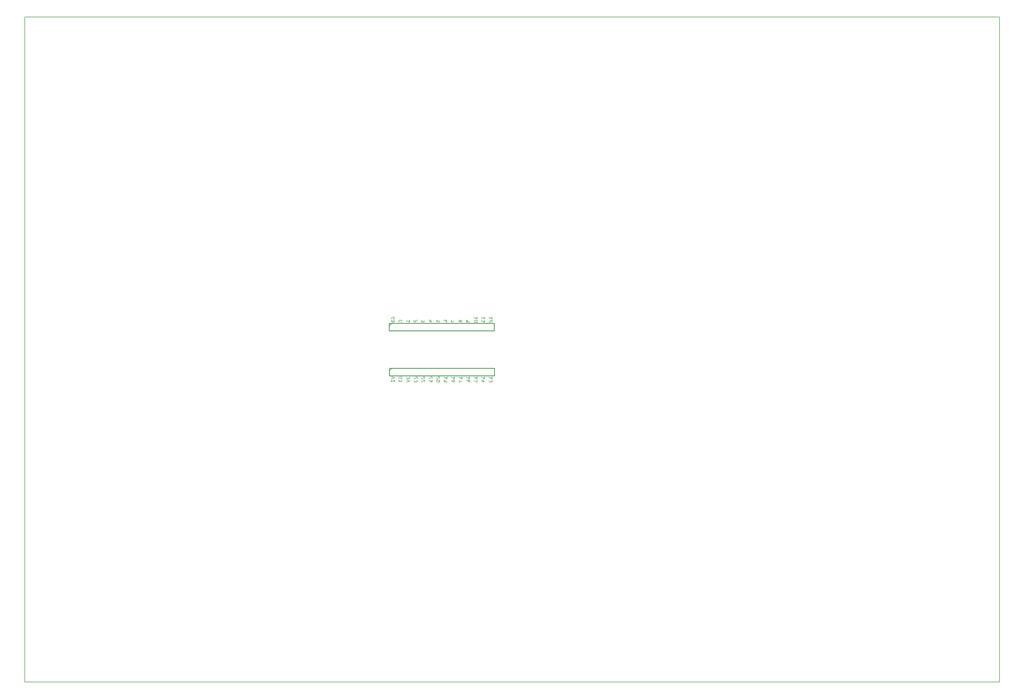
<source format=gbo>
G04 MADE WITH FRITZING*
G04 WWW.FRITZING.ORG*
G04 DOUBLE SIDED*
G04 HOLES PLATED*
G04 CONTOUR ON CENTER OF CONTOUR VECTOR*
%ASAXBY*%
%FSLAX23Y23*%
%MOIN*%
%OFA0B0*%
%SFA1.0B1.0*%
%ADD10R,13.007900X8.881900X12.991900X8.865900*%
%ADD11C,0.008000*%
%ADD12C,0.010000*%
%ADD13C,0.005000*%
%ADD14R,0.001000X0.001000*%
%LNSILK0*%
G90*
G70*
G54D11*
X4Y8878D02*
X13004Y8878D01*
X13004Y4D01*
X4Y4D01*
X4Y8878D01*
D02*
G54D12*
X4867Y4190D02*
X6267Y4190D01*
D02*
X6267Y4190D02*
X6267Y4090D01*
D02*
X6267Y4090D02*
X4867Y4090D01*
D02*
X4867Y4090D02*
X4867Y4190D01*
G54D13*
D02*
X4902Y4190D02*
X4867Y4155D01*
G54D12*
D02*
X4866Y4790D02*
X6266Y4790D01*
D02*
X6266Y4790D02*
X6266Y4690D01*
D02*
X6266Y4690D02*
X4866Y4690D01*
D02*
X4866Y4690D02*
X4866Y4790D01*
G54D13*
D02*
X4901Y4790D02*
X4866Y4755D01*
G54D14*
X5995Y4876D02*
X5998Y4876D01*
X6037Y4876D02*
X6039Y4876D01*
X6095Y4876D02*
X6098Y4876D01*
X6137Y4876D02*
X6139Y4876D01*
X6195Y4876D02*
X6198Y4876D01*
X6237Y4876D02*
X6239Y4876D01*
X5995Y4875D02*
X5999Y4875D01*
X6036Y4875D02*
X6040Y4875D01*
X6095Y4875D02*
X6099Y4875D01*
X6136Y4875D02*
X6140Y4875D01*
X6195Y4875D02*
X6199Y4875D01*
X6236Y4875D02*
X6240Y4875D01*
X4910Y4874D02*
X4934Y4874D01*
X5994Y4874D02*
X5999Y4874D01*
X6036Y4874D02*
X6041Y4874D01*
X6094Y4874D02*
X6099Y4874D01*
X6136Y4874D02*
X6141Y4874D01*
X6194Y4874D02*
X6199Y4874D01*
X6236Y4874D02*
X6241Y4874D01*
X4908Y4873D02*
X4936Y4873D01*
X5994Y4873D02*
X5999Y4873D01*
X6035Y4873D02*
X6041Y4873D01*
X6094Y4873D02*
X6099Y4873D01*
X6135Y4873D02*
X6141Y4873D01*
X6194Y4873D02*
X6199Y4873D01*
X6235Y4873D02*
X6241Y4873D01*
X4907Y4872D02*
X4937Y4872D01*
X5994Y4872D02*
X5999Y4872D01*
X6035Y4872D02*
X6041Y4872D01*
X6094Y4872D02*
X6099Y4872D01*
X6135Y4872D02*
X6141Y4872D01*
X6194Y4872D02*
X6199Y4872D01*
X6235Y4872D02*
X6241Y4872D01*
X4906Y4871D02*
X4938Y4871D01*
X5994Y4871D02*
X5999Y4871D01*
X6035Y4871D02*
X6041Y4871D01*
X6094Y4871D02*
X6099Y4871D01*
X6135Y4871D02*
X6141Y4871D01*
X6194Y4871D02*
X6199Y4871D01*
X6235Y4871D02*
X6241Y4871D01*
X4904Y4870D02*
X4938Y4870D01*
X5994Y4870D02*
X5999Y4870D01*
X6035Y4870D02*
X6041Y4870D01*
X6094Y4870D02*
X6099Y4870D01*
X6135Y4870D02*
X6141Y4870D01*
X6194Y4870D02*
X6199Y4870D01*
X6235Y4870D02*
X6241Y4870D01*
X4903Y4869D02*
X4939Y4869D01*
X5994Y4869D02*
X5999Y4869D01*
X6035Y4869D02*
X6041Y4869D01*
X6094Y4869D02*
X6099Y4869D01*
X6135Y4869D02*
X6141Y4869D01*
X6194Y4869D02*
X6199Y4869D01*
X6235Y4869D02*
X6241Y4869D01*
X4902Y4868D02*
X4911Y4868D01*
X4933Y4868D02*
X4939Y4868D01*
X5994Y4868D02*
X5999Y4868D01*
X6035Y4868D02*
X6041Y4868D01*
X6094Y4868D02*
X6099Y4868D01*
X6135Y4868D02*
X6141Y4868D01*
X6194Y4868D02*
X6199Y4868D01*
X6235Y4868D02*
X6241Y4868D01*
X4901Y4867D02*
X4910Y4867D01*
X4934Y4867D02*
X4939Y4867D01*
X5994Y4867D02*
X5999Y4867D01*
X6035Y4867D02*
X6041Y4867D01*
X6094Y4867D02*
X6099Y4867D01*
X6135Y4867D02*
X6141Y4867D01*
X6194Y4867D02*
X6199Y4867D01*
X6235Y4867D02*
X6241Y4867D01*
X4899Y4866D02*
X4908Y4866D01*
X4934Y4866D02*
X4939Y4866D01*
X5994Y4866D02*
X5999Y4866D01*
X6035Y4866D02*
X6041Y4866D01*
X6094Y4866D02*
X6099Y4866D01*
X6135Y4866D02*
X6141Y4866D01*
X6194Y4866D02*
X6199Y4866D01*
X6235Y4866D02*
X6241Y4866D01*
X4898Y4865D02*
X4907Y4865D01*
X4934Y4865D02*
X4939Y4865D01*
X5994Y4865D02*
X6000Y4865D01*
X6035Y4865D02*
X6041Y4865D01*
X6094Y4865D02*
X6100Y4865D01*
X6135Y4865D02*
X6141Y4865D01*
X6194Y4865D02*
X6200Y4865D01*
X6235Y4865D02*
X6241Y4865D01*
X4897Y4864D02*
X4906Y4864D01*
X4934Y4864D02*
X4939Y4864D01*
X5994Y4864D02*
X6041Y4864D01*
X6094Y4864D02*
X6141Y4864D01*
X6194Y4864D02*
X6241Y4864D01*
X4896Y4863D02*
X4904Y4863D01*
X4934Y4863D02*
X4939Y4863D01*
X5994Y4863D02*
X6041Y4863D01*
X6094Y4863D02*
X6141Y4863D01*
X6194Y4863D02*
X6241Y4863D01*
X4895Y4862D02*
X4903Y4862D01*
X4934Y4862D02*
X4939Y4862D01*
X5994Y4862D02*
X6041Y4862D01*
X6094Y4862D02*
X6141Y4862D01*
X6194Y4862D02*
X6241Y4862D01*
X4894Y4861D02*
X4902Y4861D01*
X4934Y4861D02*
X4939Y4861D01*
X5994Y4861D02*
X6041Y4861D01*
X6094Y4861D02*
X6141Y4861D01*
X6194Y4861D02*
X6241Y4861D01*
X4894Y4860D02*
X4901Y4860D01*
X4934Y4860D02*
X4939Y4860D01*
X5994Y4860D02*
X6041Y4860D01*
X6094Y4860D02*
X6141Y4860D01*
X6194Y4860D02*
X6241Y4860D01*
X4893Y4859D02*
X4899Y4859D01*
X4920Y4859D02*
X4923Y4859D01*
X4934Y4859D02*
X4939Y4859D01*
X5994Y4859D02*
X6041Y4859D01*
X6094Y4859D02*
X6141Y4859D01*
X6194Y4859D02*
X6241Y4859D01*
X4893Y4858D02*
X4899Y4858D01*
X4919Y4858D02*
X4924Y4858D01*
X4934Y4858D02*
X4939Y4858D01*
X6035Y4858D02*
X6041Y4858D01*
X6135Y4858D02*
X6141Y4858D01*
X6235Y4858D02*
X6241Y4858D01*
X4893Y4857D02*
X4898Y4857D01*
X4919Y4857D02*
X4924Y4857D01*
X4934Y4857D02*
X4939Y4857D01*
X6035Y4857D02*
X6041Y4857D01*
X6135Y4857D02*
X6141Y4857D01*
X6235Y4857D02*
X6241Y4857D01*
X4893Y4856D02*
X4898Y4856D01*
X4919Y4856D02*
X4924Y4856D01*
X4934Y4856D02*
X4939Y4856D01*
X6035Y4856D02*
X6041Y4856D01*
X6135Y4856D02*
X6141Y4856D01*
X6235Y4856D02*
X6241Y4856D01*
X4893Y4855D02*
X4898Y4855D01*
X4919Y4855D02*
X4924Y4855D01*
X4934Y4855D02*
X4939Y4855D01*
X6035Y4855D02*
X6041Y4855D01*
X6135Y4855D02*
X6141Y4855D01*
X6235Y4855D02*
X6241Y4855D01*
X4893Y4854D02*
X4898Y4854D01*
X4919Y4854D02*
X4924Y4854D01*
X4934Y4854D02*
X4939Y4854D01*
X6035Y4854D02*
X6041Y4854D01*
X6135Y4854D02*
X6141Y4854D01*
X6235Y4854D02*
X6241Y4854D01*
X4893Y4853D02*
X4898Y4853D01*
X4919Y4853D02*
X4924Y4853D01*
X4934Y4853D02*
X4939Y4853D01*
X6035Y4853D02*
X6041Y4853D01*
X6135Y4853D02*
X6141Y4853D01*
X6235Y4853D02*
X6241Y4853D01*
X4893Y4852D02*
X4898Y4852D01*
X4919Y4852D02*
X4924Y4852D01*
X4934Y4852D02*
X4939Y4852D01*
X6021Y4852D02*
X6041Y4852D01*
X6121Y4852D02*
X6141Y4852D01*
X6221Y4852D02*
X6241Y4852D01*
X4893Y4851D02*
X4898Y4851D01*
X4919Y4851D02*
X4924Y4851D01*
X4932Y4851D02*
X4939Y4851D01*
X6020Y4851D02*
X6041Y4851D01*
X6120Y4851D02*
X6141Y4851D01*
X6220Y4851D02*
X6241Y4851D01*
X4893Y4850D02*
X4898Y4850D01*
X4919Y4850D02*
X4939Y4850D01*
X6020Y4850D02*
X6041Y4850D01*
X6120Y4850D02*
X6141Y4850D01*
X6220Y4850D02*
X6241Y4850D01*
X4893Y4849D02*
X4898Y4849D01*
X4919Y4849D02*
X4938Y4849D01*
X6020Y4849D02*
X6040Y4849D01*
X6120Y4849D02*
X6140Y4849D01*
X6220Y4849D02*
X6240Y4849D01*
X4893Y4848D02*
X4898Y4848D01*
X4919Y4848D02*
X4937Y4848D01*
X6021Y4848D02*
X6040Y4848D01*
X6121Y4848D02*
X6140Y4848D01*
X6221Y4848D02*
X6240Y4848D01*
X4893Y4847D02*
X4898Y4847D01*
X4919Y4847D02*
X4936Y4847D01*
X6022Y4847D02*
X6039Y4847D01*
X6122Y4847D02*
X6139Y4847D01*
X6222Y4847D02*
X6239Y4847D01*
X4894Y4846D02*
X4898Y4846D01*
X4919Y4846D02*
X4935Y4846D01*
X4895Y4845D02*
X4897Y4845D01*
X4919Y4845D02*
X4933Y4845D01*
X5194Y4834D02*
X5197Y4834D01*
X5217Y4834D02*
X5239Y4834D01*
X5294Y4834D02*
X5297Y4834D01*
X5335Y4834D02*
X5338Y4834D01*
X5532Y4834D02*
X5536Y4834D01*
X5594Y4834D02*
X5638Y4834D01*
X5694Y4834D02*
X5700Y4834D01*
X5816Y4834D02*
X5836Y4834D01*
X5894Y4834D02*
X5912Y4834D01*
X4997Y4833D02*
X5036Y4833D01*
X5095Y4833D02*
X5098Y4833D01*
X5136Y4833D02*
X5139Y4833D01*
X5193Y4833D02*
X5198Y4833D01*
X5215Y4833D02*
X5239Y4833D01*
X5293Y4833D02*
X5298Y4833D01*
X5334Y4833D02*
X5339Y4833D01*
X5394Y4833D02*
X5424Y4833D01*
X5532Y4833D02*
X5536Y4833D01*
X5593Y4833D02*
X5639Y4833D01*
X5693Y4833D02*
X5700Y4833D01*
X5815Y4833D02*
X5837Y4833D01*
X5893Y4833D02*
X5913Y4833D01*
X6001Y4833D02*
X6034Y4833D01*
X6221Y4833D02*
X6240Y4833D01*
X4995Y4832D02*
X5037Y4832D01*
X5094Y4832D02*
X5099Y4832D01*
X5135Y4832D02*
X5140Y4832D01*
X5193Y4832D02*
X5198Y4832D01*
X5215Y4832D02*
X5239Y4832D01*
X5293Y4832D02*
X5298Y4832D01*
X5334Y4832D02*
X5339Y4832D01*
X5393Y4832D02*
X5424Y4832D01*
X5532Y4832D02*
X5537Y4832D01*
X5593Y4832D02*
X5639Y4832D01*
X5693Y4832D02*
X5700Y4832D01*
X5814Y4832D02*
X5838Y4832D01*
X5893Y4832D02*
X5913Y4832D01*
X5997Y4832D02*
X6038Y4832D01*
X6095Y4832D02*
X6099Y4832D01*
X6136Y4832D02*
X6140Y4832D01*
X6195Y4832D02*
X6199Y4832D01*
X6218Y4832D02*
X6241Y4832D01*
X4994Y4831D02*
X5038Y4831D01*
X5094Y4831D02*
X5099Y4831D01*
X5135Y4831D02*
X5140Y4831D01*
X5193Y4831D02*
X5198Y4831D01*
X5214Y4831D02*
X5239Y4831D01*
X5293Y4831D02*
X5298Y4831D01*
X5334Y4831D02*
X5339Y4831D01*
X5393Y4831D02*
X5424Y4831D01*
X5532Y4831D02*
X5537Y4831D01*
X5593Y4831D02*
X5639Y4831D01*
X5693Y4831D02*
X5700Y4831D01*
X5814Y4831D02*
X5839Y4831D01*
X5893Y4831D02*
X5913Y4831D01*
X5996Y4831D02*
X6039Y4831D01*
X6095Y4831D02*
X6099Y4831D01*
X6136Y4831D02*
X6140Y4831D01*
X6195Y4831D02*
X6199Y4831D01*
X6217Y4831D02*
X6241Y4831D01*
X4894Y4830D02*
X4897Y4830D01*
X4935Y4830D02*
X4939Y4830D01*
X4994Y4830D02*
X5039Y4830D01*
X5094Y4830D02*
X5099Y4830D01*
X5135Y4830D02*
X5140Y4830D01*
X5193Y4830D02*
X5198Y4830D01*
X5214Y4830D02*
X5239Y4830D01*
X5293Y4830D02*
X5298Y4830D01*
X5334Y4830D02*
X5339Y4830D01*
X5393Y4830D02*
X5424Y4830D01*
X5532Y4830D02*
X5538Y4830D01*
X5593Y4830D02*
X5639Y4830D01*
X5693Y4830D02*
X5700Y4830D01*
X5814Y4830D02*
X5839Y4830D01*
X5893Y4830D02*
X5913Y4830D01*
X5995Y4830D02*
X6040Y4830D01*
X6094Y4830D02*
X6099Y4830D01*
X6135Y4830D02*
X6141Y4830D01*
X6194Y4830D02*
X6199Y4830D01*
X6216Y4830D02*
X6241Y4830D01*
X4893Y4829D02*
X4898Y4829D01*
X4935Y4829D02*
X4939Y4829D01*
X4993Y4829D02*
X5039Y4829D01*
X5094Y4829D02*
X5099Y4829D01*
X5135Y4829D02*
X5140Y4829D01*
X5193Y4829D02*
X5198Y4829D01*
X5214Y4829D02*
X5239Y4829D01*
X5293Y4829D02*
X5298Y4829D01*
X5334Y4829D02*
X5339Y4829D01*
X5393Y4829D02*
X5424Y4829D01*
X5532Y4829D02*
X5538Y4829D01*
X5593Y4829D02*
X5639Y4829D01*
X5693Y4829D02*
X5698Y4829D01*
X5813Y4829D02*
X5839Y4829D01*
X5893Y4829D02*
X5913Y4829D01*
X5995Y4829D02*
X6040Y4829D01*
X6094Y4829D02*
X6099Y4829D01*
X6135Y4829D02*
X6141Y4829D01*
X6194Y4829D02*
X6199Y4829D01*
X6215Y4829D02*
X6241Y4829D01*
X4893Y4828D02*
X4898Y4828D01*
X4934Y4828D02*
X4939Y4828D01*
X4993Y4828D02*
X5039Y4828D01*
X5094Y4828D02*
X5099Y4828D01*
X5135Y4828D02*
X5140Y4828D01*
X5193Y4828D02*
X5198Y4828D01*
X5213Y4828D02*
X5219Y4828D01*
X5234Y4828D02*
X5239Y4828D01*
X5293Y4828D02*
X5298Y4828D01*
X5314Y4828D02*
X5318Y4828D01*
X5334Y4828D02*
X5339Y4828D01*
X5394Y4828D02*
X5424Y4828D01*
X5493Y4828D02*
X5519Y4828D01*
X5533Y4828D02*
X5539Y4828D01*
X5593Y4828D02*
X5598Y4828D01*
X5619Y4828D02*
X5624Y4828D01*
X5634Y4828D02*
X5639Y4828D01*
X5693Y4828D02*
X5698Y4828D01*
X5794Y4828D02*
X5819Y4828D01*
X5834Y4828D02*
X5839Y4828D01*
X5893Y4828D02*
X5898Y4828D01*
X5908Y4828D02*
X5913Y4828D01*
X5994Y4828D02*
X6040Y4828D01*
X6094Y4828D02*
X6099Y4828D01*
X6135Y4828D02*
X6141Y4828D01*
X6194Y4828D02*
X6199Y4828D01*
X6215Y4828D02*
X6241Y4828D01*
X4893Y4827D02*
X4898Y4827D01*
X4934Y4827D02*
X4939Y4827D01*
X4993Y4827D02*
X4998Y4827D01*
X5034Y4827D02*
X5039Y4827D01*
X5094Y4827D02*
X5099Y4827D01*
X5135Y4827D02*
X5140Y4827D01*
X5193Y4827D02*
X5198Y4827D01*
X5213Y4827D02*
X5219Y4827D01*
X5234Y4827D02*
X5239Y4827D01*
X5293Y4827D02*
X5298Y4827D01*
X5314Y4827D02*
X5318Y4827D01*
X5334Y4827D02*
X5339Y4827D01*
X5418Y4827D02*
X5424Y4827D01*
X5493Y4827D02*
X5519Y4827D01*
X5533Y4827D02*
X5539Y4827D01*
X5594Y4827D02*
X5597Y4827D01*
X5619Y4827D02*
X5624Y4827D01*
X5634Y4827D02*
X5639Y4827D01*
X5693Y4827D02*
X5698Y4827D01*
X5793Y4827D02*
X5819Y4827D01*
X5834Y4827D02*
X5839Y4827D01*
X5893Y4827D02*
X5898Y4827D01*
X5908Y4827D02*
X5913Y4827D01*
X5994Y4827D02*
X6041Y4827D01*
X6094Y4827D02*
X6099Y4827D01*
X6135Y4827D02*
X6141Y4827D01*
X6194Y4827D02*
X6199Y4827D01*
X6215Y4827D02*
X6241Y4827D01*
X4893Y4826D02*
X4898Y4826D01*
X4934Y4826D02*
X4939Y4826D01*
X4993Y4826D02*
X4998Y4826D01*
X5034Y4826D02*
X5039Y4826D01*
X5094Y4826D02*
X5099Y4826D01*
X5135Y4826D02*
X5140Y4826D01*
X5193Y4826D02*
X5198Y4826D01*
X5213Y4826D02*
X5219Y4826D01*
X5234Y4826D02*
X5239Y4826D01*
X5293Y4826D02*
X5298Y4826D01*
X5313Y4826D02*
X5319Y4826D01*
X5334Y4826D02*
X5339Y4826D01*
X5419Y4826D02*
X5424Y4826D01*
X5493Y4826D02*
X5519Y4826D01*
X5534Y4826D02*
X5539Y4826D01*
X5595Y4826D02*
X5596Y4826D01*
X5619Y4826D02*
X5624Y4826D01*
X5634Y4826D02*
X5639Y4826D01*
X5693Y4826D02*
X5698Y4826D01*
X5793Y4826D02*
X5819Y4826D01*
X5834Y4826D02*
X5839Y4826D01*
X5893Y4826D02*
X5898Y4826D01*
X5908Y4826D02*
X5913Y4826D01*
X5994Y4826D02*
X5999Y4826D01*
X6035Y4826D02*
X6041Y4826D01*
X6094Y4826D02*
X6099Y4826D01*
X6135Y4826D02*
X6141Y4826D01*
X6194Y4826D02*
X6199Y4826D01*
X6215Y4826D02*
X6220Y4826D01*
X6235Y4826D02*
X6241Y4826D01*
X4893Y4825D02*
X4939Y4825D01*
X4993Y4825D02*
X4998Y4825D01*
X5034Y4825D02*
X5039Y4825D01*
X5094Y4825D02*
X5099Y4825D01*
X5135Y4825D02*
X5140Y4825D01*
X5193Y4825D02*
X5198Y4825D01*
X5213Y4825D02*
X5219Y4825D01*
X5234Y4825D02*
X5239Y4825D01*
X5293Y4825D02*
X5298Y4825D01*
X5313Y4825D02*
X5319Y4825D01*
X5334Y4825D02*
X5339Y4825D01*
X5419Y4825D02*
X5424Y4825D01*
X5493Y4825D02*
X5519Y4825D01*
X5534Y4825D02*
X5539Y4825D01*
X5619Y4825D02*
X5624Y4825D01*
X5634Y4825D02*
X5639Y4825D01*
X5693Y4825D02*
X5698Y4825D01*
X5793Y4825D02*
X5819Y4825D01*
X5834Y4825D02*
X5839Y4825D01*
X5893Y4825D02*
X5898Y4825D01*
X5908Y4825D02*
X5913Y4825D01*
X5994Y4825D02*
X5999Y4825D01*
X6035Y4825D02*
X6041Y4825D01*
X6094Y4825D02*
X6099Y4825D01*
X6135Y4825D02*
X6141Y4825D01*
X6194Y4825D02*
X6199Y4825D01*
X6215Y4825D02*
X6220Y4825D01*
X6235Y4825D02*
X6241Y4825D01*
X4893Y4824D02*
X4939Y4824D01*
X4993Y4824D02*
X4998Y4824D01*
X5034Y4824D02*
X5039Y4824D01*
X5094Y4824D02*
X5099Y4824D01*
X5135Y4824D02*
X5140Y4824D01*
X5193Y4824D02*
X5198Y4824D01*
X5213Y4824D02*
X5219Y4824D01*
X5234Y4824D02*
X5239Y4824D01*
X5293Y4824D02*
X5298Y4824D01*
X5313Y4824D02*
X5319Y4824D01*
X5334Y4824D02*
X5339Y4824D01*
X5419Y4824D02*
X5424Y4824D01*
X5493Y4824D02*
X5519Y4824D01*
X5534Y4824D02*
X5539Y4824D01*
X5619Y4824D02*
X5624Y4824D01*
X5634Y4824D02*
X5639Y4824D01*
X5693Y4824D02*
X5698Y4824D01*
X5793Y4824D02*
X5819Y4824D01*
X5834Y4824D02*
X5839Y4824D01*
X5893Y4824D02*
X5898Y4824D01*
X5908Y4824D02*
X5913Y4824D01*
X5994Y4824D02*
X5999Y4824D01*
X6035Y4824D02*
X6041Y4824D01*
X6094Y4824D02*
X6099Y4824D01*
X6135Y4824D02*
X6141Y4824D01*
X6194Y4824D02*
X6199Y4824D01*
X6215Y4824D02*
X6220Y4824D01*
X6235Y4824D02*
X6241Y4824D01*
X4893Y4823D02*
X4939Y4823D01*
X4993Y4823D02*
X4998Y4823D01*
X5034Y4823D02*
X5039Y4823D01*
X5094Y4823D02*
X5099Y4823D01*
X5135Y4823D02*
X5140Y4823D01*
X5193Y4823D02*
X5198Y4823D01*
X5213Y4823D02*
X5219Y4823D01*
X5234Y4823D02*
X5239Y4823D01*
X5293Y4823D02*
X5298Y4823D01*
X5313Y4823D02*
X5319Y4823D01*
X5334Y4823D02*
X5339Y4823D01*
X5419Y4823D02*
X5424Y4823D01*
X5493Y4823D02*
X5519Y4823D01*
X5534Y4823D02*
X5539Y4823D01*
X5619Y4823D02*
X5624Y4823D01*
X5634Y4823D02*
X5639Y4823D01*
X5693Y4823D02*
X5698Y4823D01*
X5793Y4823D02*
X5819Y4823D01*
X5834Y4823D02*
X5839Y4823D01*
X5893Y4823D02*
X5898Y4823D01*
X5908Y4823D02*
X5913Y4823D01*
X5994Y4823D02*
X5999Y4823D01*
X6035Y4823D02*
X6041Y4823D01*
X6094Y4823D02*
X6099Y4823D01*
X6135Y4823D02*
X6141Y4823D01*
X6194Y4823D02*
X6199Y4823D01*
X6215Y4823D02*
X6220Y4823D01*
X6235Y4823D02*
X6241Y4823D01*
X4893Y4822D02*
X4939Y4822D01*
X4993Y4822D02*
X4998Y4822D01*
X5034Y4822D02*
X5039Y4822D01*
X5094Y4822D02*
X5099Y4822D01*
X5135Y4822D02*
X5140Y4822D01*
X5193Y4822D02*
X5198Y4822D01*
X5213Y4822D02*
X5219Y4822D01*
X5234Y4822D02*
X5239Y4822D01*
X5293Y4822D02*
X5298Y4822D01*
X5313Y4822D02*
X5319Y4822D01*
X5334Y4822D02*
X5339Y4822D01*
X5419Y4822D02*
X5424Y4822D01*
X5493Y4822D02*
X5498Y4822D01*
X5513Y4822D02*
X5519Y4822D01*
X5534Y4822D02*
X5539Y4822D01*
X5619Y4822D02*
X5624Y4822D01*
X5634Y4822D02*
X5639Y4822D01*
X5693Y4822D02*
X5698Y4822D01*
X5720Y4822D02*
X5738Y4822D01*
X5793Y4822D02*
X5798Y4822D01*
X5813Y4822D02*
X5819Y4822D01*
X5834Y4822D02*
X5839Y4822D01*
X5893Y4822D02*
X5898Y4822D01*
X5908Y4822D02*
X5913Y4822D01*
X5994Y4822D02*
X5999Y4822D01*
X6035Y4822D02*
X6041Y4822D01*
X6094Y4822D02*
X6099Y4822D01*
X6135Y4822D02*
X6141Y4822D01*
X6194Y4822D02*
X6199Y4822D01*
X6215Y4822D02*
X6220Y4822D01*
X6235Y4822D02*
X6241Y4822D01*
X4893Y4821D02*
X4939Y4821D01*
X4993Y4821D02*
X4998Y4821D01*
X5034Y4821D02*
X5039Y4821D01*
X5094Y4821D02*
X5140Y4821D01*
X5193Y4821D02*
X5198Y4821D01*
X5213Y4821D02*
X5219Y4821D01*
X5234Y4821D02*
X5239Y4821D01*
X5293Y4821D02*
X5298Y4821D01*
X5313Y4821D02*
X5319Y4821D01*
X5334Y4821D02*
X5339Y4821D01*
X5419Y4821D02*
X5424Y4821D01*
X5493Y4821D02*
X5498Y4821D01*
X5513Y4821D02*
X5519Y4821D01*
X5534Y4821D02*
X5539Y4821D01*
X5619Y4821D02*
X5624Y4821D01*
X5634Y4821D02*
X5639Y4821D01*
X5693Y4821D02*
X5698Y4821D01*
X5719Y4821D02*
X5739Y4821D01*
X5793Y4821D02*
X5798Y4821D01*
X5813Y4821D02*
X5819Y4821D01*
X5834Y4821D02*
X5839Y4821D01*
X5893Y4821D02*
X5898Y4821D01*
X5908Y4821D02*
X5913Y4821D01*
X5994Y4821D02*
X5999Y4821D01*
X6035Y4821D02*
X6041Y4821D01*
X6094Y4821D02*
X6141Y4821D01*
X6194Y4821D02*
X6199Y4821D01*
X6215Y4821D02*
X6220Y4821D01*
X6235Y4821D02*
X6241Y4821D01*
X4893Y4820D02*
X4939Y4820D01*
X4993Y4820D02*
X4998Y4820D01*
X5034Y4820D02*
X5039Y4820D01*
X5094Y4820D02*
X5140Y4820D01*
X5193Y4820D02*
X5198Y4820D01*
X5213Y4820D02*
X5219Y4820D01*
X5234Y4820D02*
X5239Y4820D01*
X5293Y4820D02*
X5298Y4820D01*
X5313Y4820D02*
X5319Y4820D01*
X5334Y4820D02*
X5339Y4820D01*
X5419Y4820D02*
X5424Y4820D01*
X5493Y4820D02*
X5498Y4820D01*
X5513Y4820D02*
X5519Y4820D01*
X5534Y4820D02*
X5539Y4820D01*
X5619Y4820D02*
X5624Y4820D01*
X5634Y4820D02*
X5639Y4820D01*
X5693Y4820D02*
X5698Y4820D01*
X5718Y4820D02*
X5739Y4820D01*
X5793Y4820D02*
X5798Y4820D01*
X5813Y4820D02*
X5819Y4820D01*
X5834Y4820D02*
X5839Y4820D01*
X5893Y4820D02*
X5898Y4820D01*
X5908Y4820D02*
X5913Y4820D01*
X5994Y4820D02*
X5999Y4820D01*
X6035Y4820D02*
X6041Y4820D01*
X6094Y4820D02*
X6141Y4820D01*
X6194Y4820D02*
X6199Y4820D01*
X6215Y4820D02*
X6220Y4820D01*
X6235Y4820D02*
X6241Y4820D01*
X4893Y4819D02*
X4939Y4819D01*
X4993Y4819D02*
X4998Y4819D01*
X5034Y4819D02*
X5039Y4819D01*
X5094Y4819D02*
X5140Y4819D01*
X5193Y4819D02*
X5198Y4819D01*
X5213Y4819D02*
X5219Y4819D01*
X5234Y4819D02*
X5239Y4819D01*
X5293Y4819D02*
X5298Y4819D01*
X5313Y4819D02*
X5319Y4819D01*
X5334Y4819D02*
X5339Y4819D01*
X5419Y4819D02*
X5424Y4819D01*
X5493Y4819D02*
X5498Y4819D01*
X5513Y4819D02*
X5519Y4819D01*
X5534Y4819D02*
X5539Y4819D01*
X5619Y4819D02*
X5624Y4819D01*
X5634Y4819D02*
X5639Y4819D01*
X5693Y4819D02*
X5698Y4819D01*
X5717Y4819D02*
X5739Y4819D01*
X5793Y4819D02*
X5798Y4819D01*
X5813Y4819D02*
X5819Y4819D01*
X5834Y4819D02*
X5839Y4819D01*
X5893Y4819D02*
X5898Y4819D01*
X5908Y4819D02*
X5913Y4819D01*
X5994Y4819D02*
X5999Y4819D01*
X6035Y4819D02*
X6041Y4819D01*
X6094Y4819D02*
X6141Y4819D01*
X6194Y4819D02*
X6199Y4819D01*
X6215Y4819D02*
X6220Y4819D01*
X6235Y4819D02*
X6241Y4819D01*
X4893Y4818D02*
X4898Y4818D01*
X4934Y4818D02*
X4939Y4818D01*
X4993Y4818D02*
X4998Y4818D01*
X5034Y4818D02*
X5039Y4818D01*
X5094Y4818D02*
X5140Y4818D01*
X5193Y4818D02*
X5198Y4818D01*
X5213Y4818D02*
X5219Y4818D01*
X5234Y4818D02*
X5239Y4818D01*
X5293Y4818D02*
X5298Y4818D01*
X5313Y4818D02*
X5319Y4818D01*
X5334Y4818D02*
X5339Y4818D01*
X5419Y4818D02*
X5424Y4818D01*
X5493Y4818D02*
X5498Y4818D01*
X5513Y4818D02*
X5519Y4818D01*
X5534Y4818D02*
X5539Y4818D01*
X5619Y4818D02*
X5624Y4818D01*
X5634Y4818D02*
X5639Y4818D01*
X5693Y4818D02*
X5698Y4818D01*
X5716Y4818D02*
X5738Y4818D01*
X5793Y4818D02*
X5798Y4818D01*
X5813Y4818D02*
X5819Y4818D01*
X5834Y4818D02*
X5839Y4818D01*
X5893Y4818D02*
X5898Y4818D01*
X5908Y4818D02*
X5913Y4818D01*
X5994Y4818D02*
X5999Y4818D01*
X6035Y4818D02*
X6041Y4818D01*
X6094Y4818D02*
X6141Y4818D01*
X6194Y4818D02*
X6199Y4818D01*
X6215Y4818D02*
X6220Y4818D01*
X6235Y4818D02*
X6241Y4818D01*
X4893Y4817D02*
X4898Y4817D01*
X4934Y4817D02*
X4939Y4817D01*
X4993Y4817D02*
X4998Y4817D01*
X5034Y4817D02*
X5039Y4817D01*
X5094Y4817D02*
X5140Y4817D01*
X5193Y4817D02*
X5198Y4817D01*
X5213Y4817D02*
X5219Y4817D01*
X5234Y4817D02*
X5239Y4817D01*
X5293Y4817D02*
X5298Y4817D01*
X5313Y4817D02*
X5319Y4817D01*
X5334Y4817D02*
X5339Y4817D01*
X5419Y4817D02*
X5424Y4817D01*
X5493Y4817D02*
X5498Y4817D01*
X5513Y4817D02*
X5519Y4817D01*
X5534Y4817D02*
X5539Y4817D01*
X5619Y4817D02*
X5624Y4817D01*
X5634Y4817D02*
X5639Y4817D01*
X5693Y4817D02*
X5698Y4817D01*
X5715Y4817D02*
X5737Y4817D01*
X5793Y4817D02*
X5798Y4817D01*
X5813Y4817D02*
X5819Y4817D01*
X5834Y4817D02*
X5839Y4817D01*
X5893Y4817D02*
X5898Y4817D01*
X5908Y4817D02*
X5913Y4817D01*
X5994Y4817D02*
X5999Y4817D01*
X6035Y4817D02*
X6041Y4817D01*
X6094Y4817D02*
X6141Y4817D01*
X6194Y4817D02*
X6199Y4817D01*
X6215Y4817D02*
X6220Y4817D01*
X6235Y4817D02*
X6241Y4817D01*
X4893Y4816D02*
X4898Y4816D01*
X4934Y4816D02*
X4939Y4816D01*
X4993Y4816D02*
X4998Y4816D01*
X5034Y4816D02*
X5039Y4816D01*
X5094Y4816D02*
X5140Y4816D01*
X5193Y4816D02*
X5198Y4816D01*
X5213Y4816D02*
X5219Y4816D01*
X5234Y4816D02*
X5239Y4816D01*
X5293Y4816D02*
X5298Y4816D01*
X5313Y4816D02*
X5319Y4816D01*
X5334Y4816D02*
X5339Y4816D01*
X5419Y4816D02*
X5424Y4816D01*
X5493Y4816D02*
X5498Y4816D01*
X5513Y4816D02*
X5519Y4816D01*
X5534Y4816D02*
X5539Y4816D01*
X5619Y4816D02*
X5624Y4816D01*
X5634Y4816D02*
X5639Y4816D01*
X5693Y4816D02*
X5698Y4816D01*
X5714Y4816D02*
X5721Y4816D01*
X5793Y4816D02*
X5819Y4816D01*
X5834Y4816D02*
X5839Y4816D01*
X5893Y4816D02*
X5898Y4816D01*
X5908Y4816D02*
X5913Y4816D01*
X5994Y4816D02*
X5999Y4816D01*
X6035Y4816D02*
X6041Y4816D01*
X6094Y4816D02*
X6141Y4816D01*
X6194Y4816D02*
X6199Y4816D01*
X6215Y4816D02*
X6220Y4816D01*
X6235Y4816D02*
X6241Y4816D01*
X4893Y4815D02*
X4899Y4815D01*
X4934Y4815D02*
X4939Y4815D01*
X4993Y4815D02*
X4998Y4815D01*
X5034Y4815D02*
X5039Y4815D01*
X5135Y4815D02*
X5140Y4815D01*
X5193Y4815D02*
X5198Y4815D01*
X5213Y4815D02*
X5219Y4815D01*
X5234Y4815D02*
X5239Y4815D01*
X5293Y4815D02*
X5298Y4815D01*
X5313Y4815D02*
X5319Y4815D01*
X5334Y4815D02*
X5339Y4815D01*
X5400Y4815D02*
X5437Y4815D01*
X5493Y4815D02*
X5498Y4815D01*
X5513Y4815D02*
X5519Y4815D01*
X5534Y4815D02*
X5539Y4815D01*
X5619Y4815D02*
X5624Y4815D01*
X5634Y4815D02*
X5639Y4815D01*
X5693Y4815D02*
X5698Y4815D01*
X5713Y4815D02*
X5720Y4815D01*
X5793Y4815D02*
X5819Y4815D01*
X5834Y4815D02*
X5839Y4815D01*
X5893Y4815D02*
X5898Y4815D01*
X5908Y4815D02*
X5913Y4815D01*
X5994Y4815D02*
X5999Y4815D01*
X6035Y4815D02*
X6041Y4815D01*
X6095Y4815D02*
X6141Y4815D01*
X6194Y4815D02*
X6199Y4815D01*
X6215Y4815D02*
X6220Y4815D01*
X6235Y4815D02*
X6241Y4815D01*
X4894Y4814D02*
X4900Y4814D01*
X4932Y4814D02*
X4939Y4814D01*
X4993Y4814D02*
X4998Y4814D01*
X5034Y4814D02*
X5039Y4814D01*
X5135Y4814D02*
X5140Y4814D01*
X5193Y4814D02*
X5198Y4814D01*
X5213Y4814D02*
X5219Y4814D01*
X5234Y4814D02*
X5239Y4814D01*
X5293Y4814D02*
X5298Y4814D01*
X5313Y4814D02*
X5319Y4814D01*
X5334Y4814D02*
X5339Y4814D01*
X5399Y4814D02*
X5439Y4814D01*
X5493Y4814D02*
X5498Y4814D01*
X5513Y4814D02*
X5519Y4814D01*
X5534Y4814D02*
X5539Y4814D01*
X5619Y4814D02*
X5624Y4814D01*
X5634Y4814D02*
X5639Y4814D01*
X5693Y4814D02*
X5698Y4814D01*
X5713Y4814D02*
X5720Y4814D01*
X5793Y4814D02*
X5819Y4814D01*
X5834Y4814D02*
X5839Y4814D01*
X5893Y4814D02*
X5898Y4814D01*
X5908Y4814D02*
X5913Y4814D01*
X5994Y4814D02*
X5999Y4814D01*
X6035Y4814D02*
X6041Y4814D01*
X6135Y4814D02*
X6141Y4814D01*
X6194Y4814D02*
X6199Y4814D01*
X6215Y4814D02*
X6220Y4814D01*
X6235Y4814D02*
X6241Y4814D01*
X4894Y4813D02*
X4902Y4813D01*
X4930Y4813D02*
X4939Y4813D01*
X4993Y4813D02*
X4998Y4813D01*
X5034Y4813D02*
X5039Y4813D01*
X5135Y4813D02*
X5140Y4813D01*
X5193Y4813D02*
X5198Y4813D01*
X5213Y4813D02*
X5219Y4813D01*
X5234Y4813D02*
X5239Y4813D01*
X5293Y4813D02*
X5298Y4813D01*
X5313Y4813D02*
X5319Y4813D01*
X5334Y4813D02*
X5339Y4813D01*
X5398Y4813D02*
X5439Y4813D01*
X5493Y4813D02*
X5498Y4813D01*
X5513Y4813D02*
X5519Y4813D01*
X5534Y4813D02*
X5539Y4813D01*
X5619Y4813D02*
X5624Y4813D01*
X5634Y4813D02*
X5639Y4813D01*
X5693Y4813D02*
X5698Y4813D01*
X5712Y4813D02*
X5719Y4813D01*
X5793Y4813D02*
X5819Y4813D01*
X5834Y4813D02*
X5839Y4813D01*
X5893Y4813D02*
X5898Y4813D01*
X5908Y4813D02*
X5913Y4813D01*
X5935Y4813D02*
X5938Y4813D01*
X5994Y4813D02*
X5999Y4813D01*
X6035Y4813D02*
X6041Y4813D01*
X6135Y4813D02*
X6141Y4813D01*
X6194Y4813D02*
X6199Y4813D01*
X6215Y4813D02*
X6220Y4813D01*
X6235Y4813D02*
X6241Y4813D01*
X4895Y4812D02*
X4904Y4812D01*
X4929Y4812D02*
X4938Y4812D01*
X4993Y4812D02*
X4998Y4812D01*
X5034Y4812D02*
X5039Y4812D01*
X5135Y4812D02*
X5140Y4812D01*
X5193Y4812D02*
X5198Y4812D01*
X5213Y4812D02*
X5219Y4812D01*
X5234Y4812D02*
X5239Y4812D01*
X5293Y4812D02*
X5298Y4812D01*
X5313Y4812D02*
X5319Y4812D01*
X5334Y4812D02*
X5339Y4812D01*
X5398Y4812D02*
X5439Y4812D01*
X5493Y4812D02*
X5498Y4812D01*
X5513Y4812D02*
X5519Y4812D01*
X5534Y4812D02*
X5539Y4812D01*
X5619Y4812D02*
X5624Y4812D01*
X5634Y4812D02*
X5639Y4812D01*
X5693Y4812D02*
X5698Y4812D01*
X5711Y4812D02*
X5718Y4812D01*
X5794Y4812D02*
X5819Y4812D01*
X5834Y4812D02*
X5839Y4812D01*
X5893Y4812D02*
X5898Y4812D01*
X5908Y4812D02*
X5913Y4812D01*
X5934Y4812D02*
X5939Y4812D01*
X5994Y4812D02*
X5999Y4812D01*
X6035Y4812D02*
X6041Y4812D01*
X6135Y4812D02*
X6141Y4812D01*
X6194Y4812D02*
X6199Y4812D01*
X6215Y4812D02*
X6220Y4812D01*
X6235Y4812D02*
X6241Y4812D01*
X4895Y4811D02*
X4906Y4811D01*
X4927Y4811D02*
X4937Y4811D01*
X4993Y4811D02*
X4998Y4811D01*
X5034Y4811D02*
X5039Y4811D01*
X5135Y4811D02*
X5140Y4811D01*
X5193Y4811D02*
X5198Y4811D01*
X5213Y4811D02*
X5219Y4811D01*
X5234Y4811D02*
X5239Y4811D01*
X5293Y4811D02*
X5298Y4811D01*
X5311Y4811D02*
X5321Y4811D01*
X5334Y4811D02*
X5339Y4811D01*
X5398Y4811D02*
X5439Y4811D01*
X5493Y4811D02*
X5498Y4811D01*
X5513Y4811D02*
X5519Y4811D01*
X5534Y4811D02*
X5539Y4811D01*
X5619Y4811D02*
X5624Y4811D01*
X5634Y4811D02*
X5639Y4811D01*
X5693Y4811D02*
X5698Y4811D01*
X5710Y4811D02*
X5717Y4811D01*
X5795Y4811D02*
X5819Y4811D01*
X5834Y4811D02*
X5839Y4811D01*
X5893Y4811D02*
X5898Y4811D01*
X5908Y4811D02*
X5914Y4811D01*
X5934Y4811D02*
X5939Y4811D01*
X5994Y4811D02*
X5999Y4811D01*
X6035Y4811D02*
X6041Y4811D01*
X6135Y4811D02*
X6141Y4811D01*
X6194Y4811D02*
X6199Y4811D01*
X6215Y4811D02*
X6220Y4811D01*
X6235Y4811D02*
X6241Y4811D01*
X4896Y4810D02*
X4908Y4810D01*
X4925Y4810D02*
X4937Y4810D01*
X4993Y4810D02*
X4998Y4810D01*
X5034Y4810D02*
X5039Y4810D01*
X5135Y4810D02*
X5140Y4810D01*
X5193Y4810D02*
X5218Y4810D01*
X5234Y4810D02*
X5239Y4810D01*
X5293Y4810D02*
X5339Y4810D01*
X5399Y4810D02*
X5438Y4810D01*
X5493Y4810D02*
X5498Y4810D01*
X5513Y4810D02*
X5539Y4810D01*
X5619Y4810D02*
X5639Y4810D01*
X5693Y4810D02*
X5716Y4810D01*
X5813Y4810D02*
X5839Y4810D01*
X5893Y4810D02*
X5939Y4810D01*
X5994Y4810D02*
X5999Y4810D01*
X6035Y4810D02*
X6041Y4810D01*
X6135Y4810D02*
X6141Y4810D01*
X6194Y4810D02*
X6199Y4810D01*
X6215Y4810D02*
X6220Y4810D01*
X6235Y4810D02*
X6241Y4810D01*
X4898Y4809D02*
X4910Y4809D01*
X4923Y4809D02*
X4935Y4809D01*
X4993Y4809D02*
X5039Y4809D01*
X5121Y4809D02*
X5140Y4809D01*
X5193Y4809D02*
X5218Y4809D01*
X5234Y4809D02*
X5239Y4809D01*
X5293Y4809D02*
X5339Y4809D01*
X5419Y4809D02*
X5424Y4809D01*
X5493Y4809D02*
X5498Y4809D01*
X5514Y4809D02*
X5539Y4809D01*
X5619Y4809D02*
X5639Y4809D01*
X5693Y4809D02*
X5715Y4809D01*
X5814Y4809D02*
X5839Y4809D01*
X5893Y4809D02*
X5939Y4809D01*
X5994Y4809D02*
X6000Y4809D01*
X6035Y4809D02*
X6041Y4809D01*
X6135Y4809D02*
X6141Y4809D01*
X6194Y4809D02*
X6200Y4809D01*
X6215Y4809D02*
X6220Y4809D01*
X6235Y4809D02*
X6241Y4809D01*
X4899Y4808D02*
X4912Y4808D01*
X4921Y4808D02*
X4933Y4808D01*
X4993Y4808D02*
X5039Y4808D01*
X5120Y4808D02*
X5140Y4808D01*
X5194Y4808D02*
X5218Y4808D01*
X5234Y4808D02*
X5239Y4808D01*
X5294Y4808D02*
X5338Y4808D01*
X5419Y4808D02*
X5423Y4808D01*
X5493Y4808D02*
X5498Y4808D01*
X5514Y4808D02*
X5538Y4808D01*
X5619Y4808D02*
X5639Y4808D01*
X5693Y4808D02*
X5715Y4808D01*
X5814Y4808D02*
X5838Y4808D01*
X5893Y4808D02*
X5939Y4808D01*
X5994Y4808D02*
X6040Y4808D01*
X6121Y4808D02*
X6141Y4808D01*
X6194Y4808D02*
X6220Y4808D01*
X6235Y4808D02*
X6241Y4808D01*
X4901Y4807D02*
X4931Y4807D01*
X4994Y4807D02*
X5039Y4807D01*
X5120Y4807D02*
X5140Y4807D01*
X5194Y4807D02*
X5217Y4807D01*
X5234Y4807D02*
X5239Y4807D01*
X5294Y4807D02*
X5338Y4807D01*
X5420Y4807D02*
X5423Y4807D01*
X5493Y4807D02*
X5498Y4807D01*
X5515Y4807D02*
X5538Y4807D01*
X5619Y4807D02*
X5639Y4807D01*
X5693Y4807D02*
X5714Y4807D01*
X5815Y4807D02*
X5838Y4807D01*
X5893Y4807D02*
X5939Y4807D01*
X5995Y4807D02*
X6040Y4807D01*
X6120Y4807D02*
X6141Y4807D01*
X6195Y4807D02*
X6220Y4807D01*
X6235Y4807D02*
X6241Y4807D01*
X4903Y4806D02*
X4929Y4806D01*
X4995Y4806D02*
X5038Y4806D01*
X5120Y4806D02*
X5140Y4806D01*
X5196Y4806D02*
X5216Y4806D01*
X5235Y4806D02*
X5238Y4806D01*
X5296Y4806D02*
X5314Y4806D01*
X5318Y4806D02*
X5336Y4806D01*
X5494Y4806D02*
X5497Y4806D01*
X5516Y4806D02*
X5536Y4806D01*
X5619Y4806D02*
X5638Y4806D01*
X5693Y4806D02*
X5713Y4806D01*
X5816Y4806D02*
X5836Y4806D01*
X5894Y4806D02*
X5938Y4806D01*
X5995Y4806D02*
X6040Y4806D01*
X6120Y4806D02*
X6141Y4806D01*
X6195Y4806D02*
X6219Y4806D01*
X6235Y4806D02*
X6241Y4806D01*
X4905Y4805D02*
X4927Y4805D01*
X4996Y4805D02*
X5037Y4805D01*
X5120Y4805D02*
X5139Y4805D01*
X5197Y4805D02*
X5214Y4805D01*
X5236Y4805D02*
X5237Y4805D01*
X5297Y4805D02*
X5311Y4805D01*
X5321Y4805D02*
X5335Y4805D01*
X5495Y4805D02*
X5496Y4805D01*
X5518Y4805D02*
X5535Y4805D01*
X5621Y4805D02*
X5637Y4805D01*
X5693Y4805D02*
X5711Y4805D01*
X5818Y4805D02*
X5835Y4805D01*
X5895Y4805D02*
X5937Y4805D01*
X5996Y4805D02*
X6039Y4805D01*
X6120Y4805D02*
X6140Y4805D01*
X6196Y4805D02*
X6218Y4805D01*
X6236Y4805D02*
X6240Y4805D01*
X4907Y4804D02*
X4925Y4804D01*
X4997Y4804D02*
X5035Y4804D01*
X5121Y4804D02*
X5138Y4804D01*
X5997Y4804D02*
X6038Y4804D01*
X6121Y4804D02*
X6140Y4804D01*
X6197Y4804D02*
X6217Y4804D01*
X6236Y4804D02*
X6240Y4804D01*
X4909Y4803D02*
X4923Y4803D01*
X5999Y4803D02*
X6036Y4803D01*
X6122Y4803D02*
X6138Y4803D01*
X6199Y4803D02*
X6215Y4803D01*
X6238Y4803D02*
X6238Y4803D01*
X4912Y4802D02*
X4921Y4802D01*
X4915Y4801D02*
X4917Y4801D01*
X4896Y4080D02*
X4907Y4080D01*
X4894Y4079D02*
X4909Y4079D01*
X5011Y4079D02*
X5033Y4079D01*
X4894Y4078D02*
X4912Y4078D01*
X5009Y4078D02*
X5035Y4078D01*
X5095Y4078D02*
X5098Y4078D01*
X5136Y4078D02*
X5139Y4078D01*
X5195Y4078D02*
X5198Y4078D01*
X5217Y4078D02*
X5240Y4078D01*
X5295Y4078D02*
X5298Y4078D01*
X5317Y4078D02*
X5340Y4078D01*
X5395Y4078D02*
X5398Y4078D01*
X5417Y4078D02*
X5440Y4078D01*
X5495Y4078D02*
X5498Y4078D01*
X5517Y4078D02*
X5540Y4078D01*
X5595Y4078D02*
X5598Y4078D01*
X5636Y4078D02*
X5639Y4078D01*
X5695Y4078D02*
X5698Y4078D01*
X5736Y4078D02*
X5739Y4078D01*
X5795Y4078D02*
X5798Y4078D01*
X5836Y4078D02*
X5839Y4078D01*
X5895Y4078D02*
X5898Y4078D01*
X5936Y4078D02*
X5939Y4078D01*
X5995Y4078D02*
X5998Y4078D01*
X6036Y4078D02*
X6039Y4078D01*
X6095Y4078D02*
X6098Y4078D01*
X6136Y4078D02*
X6139Y4078D01*
X6195Y4078D02*
X6198Y4078D01*
X6236Y4078D02*
X6239Y4078D01*
X4893Y4077D02*
X4915Y4077D01*
X5007Y4077D02*
X5037Y4077D01*
X5094Y4077D02*
X5098Y4077D01*
X5135Y4077D02*
X5140Y4077D01*
X5194Y4077D02*
X5199Y4077D01*
X5216Y4077D02*
X5240Y4077D01*
X5294Y4077D02*
X5299Y4077D01*
X5316Y4077D02*
X5340Y4077D01*
X5394Y4077D02*
X5399Y4077D01*
X5416Y4077D02*
X5440Y4077D01*
X5494Y4077D02*
X5499Y4077D01*
X5516Y4077D02*
X5540Y4077D01*
X5594Y4077D02*
X5599Y4077D01*
X5635Y4077D02*
X5640Y4077D01*
X5694Y4077D02*
X5699Y4077D01*
X5735Y4077D02*
X5740Y4077D01*
X5794Y4077D02*
X5799Y4077D01*
X5835Y4077D02*
X5840Y4077D01*
X5894Y4077D02*
X5899Y4077D01*
X5935Y4077D02*
X5940Y4077D01*
X5994Y4077D02*
X5999Y4077D01*
X6035Y4077D02*
X6040Y4077D01*
X6094Y4077D02*
X6099Y4077D01*
X6135Y4077D02*
X6140Y4077D01*
X6194Y4077D02*
X6199Y4077D01*
X6235Y4077D02*
X6240Y4077D01*
X4894Y4076D02*
X4917Y4076D01*
X5006Y4076D02*
X5037Y4076D01*
X5094Y4076D02*
X5099Y4076D01*
X5135Y4076D02*
X5140Y4076D01*
X5194Y4076D02*
X5199Y4076D01*
X5215Y4076D02*
X5240Y4076D01*
X5294Y4076D02*
X5299Y4076D01*
X5315Y4076D02*
X5340Y4076D01*
X5394Y4076D02*
X5399Y4076D01*
X5415Y4076D02*
X5440Y4076D01*
X5494Y4076D02*
X5499Y4076D01*
X5515Y4076D02*
X5540Y4076D01*
X5594Y4076D02*
X5599Y4076D01*
X5635Y4076D02*
X5640Y4076D01*
X5694Y4076D02*
X5699Y4076D01*
X5735Y4076D02*
X5740Y4076D01*
X5794Y4076D02*
X5799Y4076D01*
X5835Y4076D02*
X5840Y4076D01*
X5894Y4076D02*
X5899Y4076D01*
X5935Y4076D02*
X5940Y4076D01*
X5994Y4076D02*
X5999Y4076D01*
X6035Y4076D02*
X6040Y4076D01*
X6094Y4076D02*
X6099Y4076D01*
X6135Y4076D02*
X6140Y4076D01*
X6194Y4076D02*
X6199Y4076D01*
X6235Y4076D02*
X6240Y4076D01*
X4894Y4075D02*
X4920Y4075D01*
X5005Y4075D02*
X5038Y4075D01*
X5094Y4075D02*
X5099Y4075D01*
X5135Y4075D02*
X5140Y4075D01*
X5194Y4075D02*
X5199Y4075D01*
X5215Y4075D02*
X5240Y4075D01*
X5294Y4075D02*
X5299Y4075D01*
X5315Y4075D02*
X5340Y4075D01*
X5394Y4075D02*
X5399Y4075D01*
X5415Y4075D02*
X5440Y4075D01*
X5494Y4075D02*
X5499Y4075D01*
X5515Y4075D02*
X5540Y4075D01*
X5594Y4075D02*
X5599Y4075D01*
X5635Y4075D02*
X5640Y4075D01*
X5694Y4075D02*
X5699Y4075D01*
X5735Y4075D02*
X5740Y4075D01*
X5794Y4075D02*
X5799Y4075D01*
X5835Y4075D02*
X5840Y4075D01*
X5894Y4075D02*
X5899Y4075D01*
X5935Y4075D02*
X5940Y4075D01*
X5994Y4075D02*
X5999Y4075D01*
X6035Y4075D02*
X6040Y4075D01*
X6094Y4075D02*
X6099Y4075D01*
X6135Y4075D02*
X6140Y4075D01*
X6194Y4075D02*
X6199Y4075D01*
X6235Y4075D02*
X6240Y4075D01*
X4906Y4074D02*
X4922Y4074D01*
X5003Y4074D02*
X5039Y4074D01*
X5094Y4074D02*
X5099Y4074D01*
X5135Y4074D02*
X5140Y4074D01*
X5194Y4074D02*
X5199Y4074D01*
X5215Y4074D02*
X5240Y4074D01*
X5294Y4074D02*
X5299Y4074D01*
X5315Y4074D02*
X5340Y4074D01*
X5394Y4074D02*
X5399Y4074D01*
X5415Y4074D02*
X5440Y4074D01*
X5494Y4074D02*
X5499Y4074D01*
X5514Y4074D02*
X5540Y4074D01*
X5594Y4074D02*
X5599Y4074D01*
X5635Y4074D02*
X5640Y4074D01*
X5694Y4074D02*
X5699Y4074D01*
X5735Y4074D02*
X5740Y4074D01*
X5794Y4074D02*
X5799Y4074D01*
X5835Y4074D02*
X5840Y4074D01*
X5894Y4074D02*
X5899Y4074D01*
X5935Y4074D02*
X5940Y4074D01*
X5994Y4074D02*
X5999Y4074D01*
X6035Y4074D02*
X6040Y4074D01*
X6094Y4074D02*
X6099Y4074D01*
X6135Y4074D02*
X6140Y4074D01*
X6194Y4074D02*
X6199Y4074D01*
X6235Y4074D02*
X6240Y4074D01*
X4909Y4073D02*
X4925Y4073D01*
X5002Y4073D02*
X5012Y4073D01*
X5033Y4073D02*
X5039Y4073D01*
X5094Y4073D02*
X5099Y4073D01*
X5135Y4073D02*
X5140Y4073D01*
X5194Y4073D02*
X5199Y4073D01*
X5214Y4073D02*
X5240Y4073D01*
X5294Y4073D02*
X5299Y4073D01*
X5314Y4073D02*
X5340Y4073D01*
X5394Y4073D02*
X5399Y4073D01*
X5414Y4073D02*
X5440Y4073D01*
X5494Y4073D02*
X5499Y4073D01*
X5514Y4073D02*
X5540Y4073D01*
X5594Y4073D02*
X5599Y4073D01*
X5635Y4073D02*
X5640Y4073D01*
X5694Y4073D02*
X5699Y4073D01*
X5735Y4073D02*
X5740Y4073D01*
X5794Y4073D02*
X5799Y4073D01*
X5835Y4073D02*
X5840Y4073D01*
X5894Y4073D02*
X5899Y4073D01*
X5935Y4073D02*
X5940Y4073D01*
X5994Y4073D02*
X5999Y4073D01*
X6035Y4073D02*
X6040Y4073D01*
X6094Y4073D02*
X6099Y4073D01*
X6135Y4073D02*
X6140Y4073D01*
X6194Y4073D02*
X6199Y4073D01*
X6235Y4073D02*
X6240Y4073D01*
X4911Y4072D02*
X4927Y4072D01*
X5001Y4072D02*
X5010Y4072D01*
X5034Y4072D02*
X5039Y4072D01*
X5094Y4072D02*
X5099Y4072D01*
X5115Y4072D02*
X5118Y4072D01*
X5135Y4072D02*
X5140Y4072D01*
X5194Y4072D02*
X5199Y4072D01*
X5214Y4072D02*
X5219Y4072D01*
X5235Y4072D02*
X5240Y4072D01*
X5294Y4072D02*
X5299Y4072D01*
X5314Y4072D02*
X5319Y4072D01*
X5335Y4072D02*
X5340Y4072D01*
X5394Y4072D02*
X5399Y4072D01*
X5414Y4072D02*
X5419Y4072D01*
X5435Y4072D02*
X5440Y4072D01*
X5494Y4072D02*
X5499Y4072D01*
X5514Y4072D02*
X5519Y4072D01*
X5535Y4072D02*
X5540Y4072D01*
X5594Y4072D02*
X5599Y4072D01*
X5635Y4072D02*
X5640Y4072D01*
X5694Y4072D02*
X5699Y4072D01*
X5735Y4072D02*
X5740Y4072D01*
X5794Y4072D02*
X5799Y4072D01*
X5835Y4072D02*
X5840Y4072D01*
X5894Y4072D02*
X5899Y4072D01*
X5935Y4072D02*
X5940Y4072D01*
X5994Y4072D02*
X5999Y4072D01*
X6035Y4072D02*
X6040Y4072D01*
X6094Y4072D02*
X6099Y4072D01*
X6135Y4072D02*
X6140Y4072D01*
X6194Y4072D02*
X6199Y4072D01*
X6235Y4072D02*
X6240Y4072D01*
X4914Y4071D02*
X4930Y4071D01*
X5000Y4071D02*
X5008Y4071D01*
X5034Y4071D02*
X5039Y4071D01*
X5094Y4071D02*
X5099Y4071D01*
X5114Y4071D02*
X5119Y4071D01*
X5135Y4071D02*
X5140Y4071D01*
X5194Y4071D02*
X5199Y4071D01*
X5214Y4071D02*
X5219Y4071D01*
X5235Y4071D02*
X5240Y4071D01*
X5294Y4071D02*
X5299Y4071D01*
X5314Y4071D02*
X5319Y4071D01*
X5335Y4071D02*
X5340Y4071D01*
X5394Y4071D02*
X5399Y4071D01*
X5414Y4071D02*
X5419Y4071D01*
X5435Y4071D02*
X5440Y4071D01*
X5494Y4071D02*
X5499Y4071D01*
X5514Y4071D02*
X5519Y4071D01*
X5535Y4071D02*
X5540Y4071D01*
X5594Y4071D02*
X5599Y4071D01*
X5635Y4071D02*
X5640Y4071D01*
X5694Y4071D02*
X5699Y4071D01*
X5735Y4071D02*
X5740Y4071D01*
X5794Y4071D02*
X5799Y4071D01*
X5835Y4071D02*
X5840Y4071D01*
X5894Y4071D02*
X5899Y4071D01*
X5935Y4071D02*
X5940Y4071D01*
X5994Y4071D02*
X5999Y4071D01*
X6035Y4071D02*
X6040Y4071D01*
X6094Y4071D02*
X6099Y4071D01*
X6135Y4071D02*
X6140Y4071D01*
X6194Y4071D02*
X6199Y4071D01*
X6235Y4071D02*
X6240Y4071D01*
X4917Y4070D02*
X4933Y4070D01*
X4998Y4070D02*
X5007Y4070D01*
X5034Y4070D02*
X5039Y4070D01*
X5094Y4070D02*
X5099Y4070D01*
X5114Y4070D02*
X5119Y4070D01*
X5135Y4070D02*
X5140Y4070D01*
X5194Y4070D02*
X5199Y4070D01*
X5214Y4070D02*
X5219Y4070D01*
X5235Y4070D02*
X5240Y4070D01*
X5294Y4070D02*
X5299Y4070D01*
X5314Y4070D02*
X5319Y4070D01*
X5335Y4070D02*
X5340Y4070D01*
X5394Y4070D02*
X5399Y4070D01*
X5414Y4070D02*
X5419Y4070D01*
X5435Y4070D02*
X5440Y4070D01*
X5494Y4070D02*
X5499Y4070D01*
X5514Y4070D02*
X5519Y4070D01*
X5535Y4070D02*
X5540Y4070D01*
X5594Y4070D02*
X5599Y4070D01*
X5635Y4070D02*
X5640Y4070D01*
X5694Y4070D02*
X5699Y4070D01*
X5735Y4070D02*
X5740Y4070D01*
X5794Y4070D02*
X5799Y4070D01*
X5835Y4070D02*
X5840Y4070D01*
X5894Y4070D02*
X5899Y4070D01*
X5935Y4070D02*
X5940Y4070D01*
X5994Y4070D02*
X5999Y4070D01*
X6035Y4070D02*
X6040Y4070D01*
X6094Y4070D02*
X6099Y4070D01*
X6135Y4070D02*
X6140Y4070D01*
X6194Y4070D02*
X6199Y4070D01*
X6235Y4070D02*
X6240Y4070D01*
X4919Y4069D02*
X4935Y4069D01*
X4997Y4069D02*
X5006Y4069D01*
X5034Y4069D02*
X5039Y4069D01*
X5094Y4069D02*
X5099Y4069D01*
X5114Y4069D02*
X5119Y4069D01*
X5135Y4069D02*
X5140Y4069D01*
X5194Y4069D02*
X5199Y4069D01*
X5214Y4069D02*
X5219Y4069D01*
X5235Y4069D02*
X5240Y4069D01*
X5294Y4069D02*
X5299Y4069D01*
X5314Y4069D02*
X5319Y4069D01*
X5335Y4069D02*
X5340Y4069D01*
X5394Y4069D02*
X5399Y4069D01*
X5414Y4069D02*
X5419Y4069D01*
X5435Y4069D02*
X5440Y4069D01*
X5494Y4069D02*
X5499Y4069D01*
X5514Y4069D02*
X5519Y4069D01*
X5535Y4069D02*
X5540Y4069D01*
X5594Y4069D02*
X5599Y4069D01*
X5635Y4069D02*
X5640Y4069D01*
X5694Y4069D02*
X5699Y4069D01*
X5735Y4069D02*
X5740Y4069D01*
X5794Y4069D02*
X5799Y4069D01*
X5835Y4069D02*
X5840Y4069D01*
X5894Y4069D02*
X5899Y4069D01*
X5935Y4069D02*
X5940Y4069D01*
X5994Y4069D02*
X5999Y4069D01*
X6035Y4069D02*
X6040Y4069D01*
X6094Y4069D02*
X6099Y4069D01*
X6135Y4069D02*
X6140Y4069D01*
X6194Y4069D02*
X6199Y4069D01*
X6235Y4069D02*
X6240Y4069D01*
X4922Y4068D02*
X4938Y4068D01*
X4996Y4068D02*
X5005Y4068D01*
X5034Y4068D02*
X5039Y4068D01*
X5094Y4068D02*
X5099Y4068D01*
X5114Y4068D02*
X5119Y4068D01*
X5135Y4068D02*
X5140Y4068D01*
X5194Y4068D02*
X5199Y4068D01*
X5214Y4068D02*
X5219Y4068D01*
X5235Y4068D02*
X5240Y4068D01*
X5294Y4068D02*
X5299Y4068D01*
X5314Y4068D02*
X5319Y4068D01*
X5335Y4068D02*
X5340Y4068D01*
X5394Y4068D02*
X5399Y4068D01*
X5414Y4068D02*
X5419Y4068D01*
X5435Y4068D02*
X5440Y4068D01*
X5494Y4068D02*
X5499Y4068D01*
X5514Y4068D02*
X5519Y4068D01*
X5535Y4068D02*
X5540Y4068D01*
X5594Y4068D02*
X5599Y4068D01*
X5635Y4068D02*
X5640Y4068D01*
X5694Y4068D02*
X5699Y4068D01*
X5735Y4068D02*
X5740Y4068D01*
X5794Y4068D02*
X5799Y4068D01*
X5835Y4068D02*
X5840Y4068D01*
X5894Y4068D02*
X5899Y4068D01*
X5935Y4068D02*
X5940Y4068D01*
X5994Y4068D02*
X5999Y4068D01*
X6035Y4068D02*
X6040Y4068D01*
X6094Y4068D02*
X6099Y4068D01*
X6135Y4068D02*
X6140Y4068D01*
X6194Y4068D02*
X6199Y4068D01*
X6235Y4068D02*
X6240Y4068D01*
X4924Y4067D02*
X4939Y4067D01*
X4995Y4067D02*
X5003Y4067D01*
X5034Y4067D02*
X5039Y4067D01*
X5094Y4067D02*
X5099Y4067D01*
X5114Y4067D02*
X5119Y4067D01*
X5135Y4067D02*
X5140Y4067D01*
X5194Y4067D02*
X5199Y4067D01*
X5214Y4067D02*
X5219Y4067D01*
X5235Y4067D02*
X5240Y4067D01*
X5294Y4067D02*
X5299Y4067D01*
X5314Y4067D02*
X5319Y4067D01*
X5335Y4067D02*
X5340Y4067D01*
X5394Y4067D02*
X5399Y4067D01*
X5414Y4067D02*
X5419Y4067D01*
X5435Y4067D02*
X5440Y4067D01*
X5494Y4067D02*
X5499Y4067D01*
X5514Y4067D02*
X5519Y4067D01*
X5535Y4067D02*
X5540Y4067D01*
X5594Y4067D02*
X5599Y4067D01*
X5634Y4067D02*
X5640Y4067D01*
X5694Y4067D02*
X5699Y4067D01*
X5734Y4067D02*
X5740Y4067D01*
X5794Y4067D02*
X5799Y4067D01*
X5834Y4067D02*
X5840Y4067D01*
X5894Y4067D02*
X5899Y4067D01*
X5934Y4067D02*
X5940Y4067D01*
X5994Y4067D02*
X5999Y4067D01*
X6034Y4067D02*
X6040Y4067D01*
X6094Y4067D02*
X6099Y4067D01*
X6134Y4067D02*
X6140Y4067D01*
X6194Y4067D02*
X6199Y4067D01*
X6234Y4067D02*
X6240Y4067D01*
X4927Y4066D02*
X4940Y4066D01*
X4994Y4066D02*
X5002Y4066D01*
X5034Y4066D02*
X5039Y4066D01*
X5094Y4066D02*
X5099Y4066D01*
X5114Y4066D02*
X5119Y4066D01*
X5135Y4066D02*
X5140Y4066D01*
X5194Y4066D02*
X5199Y4066D01*
X5214Y4066D02*
X5219Y4066D01*
X5235Y4066D02*
X5240Y4066D01*
X5294Y4066D02*
X5299Y4066D01*
X5314Y4066D02*
X5319Y4066D01*
X5335Y4066D02*
X5340Y4066D01*
X5394Y4066D02*
X5399Y4066D01*
X5414Y4066D02*
X5419Y4066D01*
X5435Y4066D02*
X5440Y4066D01*
X5494Y4066D02*
X5499Y4066D01*
X5514Y4066D02*
X5519Y4066D01*
X5535Y4066D02*
X5540Y4066D01*
X5594Y4066D02*
X5640Y4066D01*
X5694Y4066D02*
X5740Y4066D01*
X5794Y4066D02*
X5840Y4066D01*
X5894Y4066D02*
X5940Y4066D01*
X5994Y4066D02*
X6040Y4066D01*
X6094Y4066D02*
X6140Y4066D01*
X6194Y4066D02*
X6240Y4066D01*
X4928Y4065D02*
X4940Y4065D01*
X4994Y4065D02*
X5001Y4065D01*
X5034Y4065D02*
X5039Y4065D01*
X5094Y4065D02*
X5099Y4065D01*
X5114Y4065D02*
X5119Y4065D01*
X5135Y4065D02*
X5140Y4065D01*
X5194Y4065D02*
X5199Y4065D01*
X5214Y4065D02*
X5219Y4065D01*
X5235Y4065D02*
X5240Y4065D01*
X5294Y4065D02*
X5299Y4065D01*
X5314Y4065D02*
X5319Y4065D01*
X5335Y4065D02*
X5340Y4065D01*
X5394Y4065D02*
X5399Y4065D01*
X5414Y4065D02*
X5419Y4065D01*
X5435Y4065D02*
X5440Y4065D01*
X5494Y4065D02*
X5499Y4065D01*
X5514Y4065D02*
X5519Y4065D01*
X5535Y4065D02*
X5540Y4065D01*
X5594Y4065D02*
X5640Y4065D01*
X5694Y4065D02*
X5740Y4065D01*
X5794Y4065D02*
X5840Y4065D01*
X5894Y4065D02*
X5940Y4065D01*
X5994Y4065D02*
X6040Y4065D01*
X6094Y4065D02*
X6140Y4065D01*
X6194Y4065D02*
X6240Y4065D01*
X4926Y4064D02*
X4939Y4064D01*
X4993Y4064D02*
X5000Y4064D01*
X5020Y4064D02*
X5023Y4064D01*
X5034Y4064D02*
X5039Y4064D01*
X5094Y4064D02*
X5099Y4064D01*
X5114Y4064D02*
X5119Y4064D01*
X5135Y4064D02*
X5140Y4064D01*
X5194Y4064D02*
X5199Y4064D01*
X5214Y4064D02*
X5219Y4064D01*
X5235Y4064D02*
X5240Y4064D01*
X5294Y4064D02*
X5299Y4064D01*
X5314Y4064D02*
X5319Y4064D01*
X5335Y4064D02*
X5340Y4064D01*
X5394Y4064D02*
X5399Y4064D01*
X5414Y4064D02*
X5419Y4064D01*
X5435Y4064D02*
X5440Y4064D01*
X5494Y4064D02*
X5499Y4064D01*
X5514Y4064D02*
X5519Y4064D01*
X5535Y4064D02*
X5540Y4064D01*
X5594Y4064D02*
X5640Y4064D01*
X5694Y4064D02*
X5740Y4064D01*
X5794Y4064D02*
X5840Y4064D01*
X5894Y4064D02*
X5940Y4064D01*
X5994Y4064D02*
X6040Y4064D01*
X6094Y4064D02*
X6140Y4064D01*
X6194Y4064D02*
X6240Y4064D01*
X4924Y4063D02*
X4939Y4063D01*
X4993Y4063D02*
X4999Y4063D01*
X5019Y4063D02*
X5024Y4063D01*
X5034Y4063D02*
X5039Y4063D01*
X5094Y4063D02*
X5099Y4063D01*
X5114Y4063D02*
X5119Y4063D01*
X5135Y4063D02*
X5140Y4063D01*
X5194Y4063D02*
X5199Y4063D01*
X5214Y4063D02*
X5219Y4063D01*
X5235Y4063D02*
X5240Y4063D01*
X5294Y4063D02*
X5299Y4063D01*
X5314Y4063D02*
X5319Y4063D01*
X5335Y4063D02*
X5340Y4063D01*
X5394Y4063D02*
X5399Y4063D01*
X5414Y4063D02*
X5419Y4063D01*
X5435Y4063D02*
X5440Y4063D01*
X5494Y4063D02*
X5499Y4063D01*
X5514Y4063D02*
X5519Y4063D01*
X5535Y4063D02*
X5540Y4063D01*
X5594Y4063D02*
X5640Y4063D01*
X5694Y4063D02*
X5740Y4063D01*
X5794Y4063D02*
X5840Y4063D01*
X5894Y4063D02*
X5940Y4063D01*
X5994Y4063D02*
X6040Y4063D01*
X6094Y4063D02*
X6140Y4063D01*
X6194Y4063D02*
X6240Y4063D01*
X4921Y4062D02*
X4937Y4062D01*
X4993Y4062D02*
X4998Y4062D01*
X5019Y4062D02*
X5024Y4062D01*
X5034Y4062D02*
X5039Y4062D01*
X5094Y4062D02*
X5099Y4062D01*
X5114Y4062D02*
X5119Y4062D01*
X5135Y4062D02*
X5140Y4062D01*
X5194Y4062D02*
X5199Y4062D01*
X5214Y4062D02*
X5219Y4062D01*
X5235Y4062D02*
X5240Y4062D01*
X5294Y4062D02*
X5299Y4062D01*
X5314Y4062D02*
X5319Y4062D01*
X5335Y4062D02*
X5340Y4062D01*
X5394Y4062D02*
X5399Y4062D01*
X5414Y4062D02*
X5419Y4062D01*
X5435Y4062D02*
X5440Y4062D01*
X5494Y4062D02*
X5499Y4062D01*
X5514Y4062D02*
X5519Y4062D01*
X5535Y4062D02*
X5540Y4062D01*
X5594Y4062D02*
X5640Y4062D01*
X5694Y4062D02*
X5740Y4062D01*
X5794Y4062D02*
X5840Y4062D01*
X5894Y4062D02*
X5940Y4062D01*
X5994Y4062D02*
X6040Y4062D01*
X6094Y4062D02*
X6140Y4062D01*
X6194Y4062D02*
X6240Y4062D01*
X4919Y4061D02*
X4935Y4061D01*
X4993Y4061D02*
X4998Y4061D01*
X5019Y4061D02*
X5024Y4061D01*
X5034Y4061D02*
X5039Y4061D01*
X5094Y4061D02*
X5099Y4061D01*
X5114Y4061D02*
X5119Y4061D01*
X5135Y4061D02*
X5140Y4061D01*
X5194Y4061D02*
X5199Y4061D01*
X5214Y4061D02*
X5219Y4061D01*
X5235Y4061D02*
X5240Y4061D01*
X5294Y4061D02*
X5299Y4061D01*
X5314Y4061D02*
X5319Y4061D01*
X5335Y4061D02*
X5340Y4061D01*
X5394Y4061D02*
X5399Y4061D01*
X5414Y4061D02*
X5419Y4061D01*
X5435Y4061D02*
X5440Y4061D01*
X5494Y4061D02*
X5499Y4061D01*
X5514Y4061D02*
X5519Y4061D01*
X5535Y4061D02*
X5540Y4061D01*
X5594Y4061D02*
X5640Y4061D01*
X5694Y4061D02*
X5740Y4061D01*
X5794Y4061D02*
X5840Y4061D01*
X5894Y4061D02*
X5940Y4061D01*
X5994Y4061D02*
X6040Y4061D01*
X6094Y4061D02*
X6140Y4061D01*
X6194Y4061D02*
X6240Y4061D01*
X4916Y4060D02*
X4932Y4060D01*
X4993Y4060D02*
X4998Y4060D01*
X5019Y4060D02*
X5024Y4060D01*
X5034Y4060D02*
X5039Y4060D01*
X5094Y4060D02*
X5099Y4060D01*
X5114Y4060D02*
X5119Y4060D01*
X5135Y4060D02*
X5140Y4060D01*
X5194Y4060D02*
X5199Y4060D01*
X5214Y4060D02*
X5219Y4060D01*
X5235Y4060D02*
X5240Y4060D01*
X5294Y4060D02*
X5299Y4060D01*
X5314Y4060D02*
X5319Y4060D01*
X5335Y4060D02*
X5340Y4060D01*
X5394Y4060D02*
X5399Y4060D01*
X5414Y4060D02*
X5419Y4060D01*
X5435Y4060D02*
X5440Y4060D01*
X5494Y4060D02*
X5499Y4060D01*
X5514Y4060D02*
X5519Y4060D01*
X5535Y4060D02*
X5540Y4060D01*
X5635Y4060D02*
X5640Y4060D01*
X5735Y4060D02*
X5740Y4060D01*
X5835Y4060D02*
X5840Y4060D01*
X5935Y4060D02*
X5940Y4060D01*
X6035Y4060D02*
X6040Y4060D01*
X6135Y4060D02*
X6140Y4060D01*
X6235Y4060D02*
X6240Y4060D01*
X4914Y4059D02*
X4929Y4059D01*
X4993Y4059D02*
X4998Y4059D01*
X5019Y4059D02*
X5024Y4059D01*
X5034Y4059D02*
X5039Y4059D01*
X5094Y4059D02*
X5099Y4059D01*
X5114Y4059D02*
X5119Y4059D01*
X5135Y4059D02*
X5140Y4059D01*
X5194Y4059D02*
X5199Y4059D01*
X5214Y4059D02*
X5219Y4059D01*
X5235Y4059D02*
X5240Y4059D01*
X5294Y4059D02*
X5299Y4059D01*
X5314Y4059D02*
X5319Y4059D01*
X5335Y4059D02*
X5340Y4059D01*
X5394Y4059D02*
X5399Y4059D01*
X5414Y4059D02*
X5419Y4059D01*
X5435Y4059D02*
X5440Y4059D01*
X5494Y4059D02*
X5499Y4059D01*
X5514Y4059D02*
X5519Y4059D01*
X5535Y4059D02*
X5540Y4059D01*
X5635Y4059D02*
X5640Y4059D01*
X5735Y4059D02*
X5740Y4059D01*
X5835Y4059D02*
X5840Y4059D01*
X5935Y4059D02*
X5940Y4059D01*
X6035Y4059D02*
X6040Y4059D01*
X6135Y4059D02*
X6140Y4059D01*
X6235Y4059D02*
X6240Y4059D01*
X4911Y4058D02*
X4927Y4058D01*
X4993Y4058D02*
X4998Y4058D01*
X5019Y4058D02*
X5024Y4058D01*
X5034Y4058D02*
X5039Y4058D01*
X5094Y4058D02*
X5099Y4058D01*
X5114Y4058D02*
X5119Y4058D01*
X5135Y4058D02*
X5140Y4058D01*
X5194Y4058D02*
X5199Y4058D01*
X5214Y4058D02*
X5219Y4058D01*
X5235Y4058D02*
X5240Y4058D01*
X5294Y4058D02*
X5299Y4058D01*
X5314Y4058D02*
X5319Y4058D01*
X5335Y4058D02*
X5340Y4058D01*
X5394Y4058D02*
X5399Y4058D01*
X5414Y4058D02*
X5419Y4058D01*
X5435Y4058D02*
X5440Y4058D01*
X5494Y4058D02*
X5499Y4058D01*
X5514Y4058D02*
X5519Y4058D01*
X5535Y4058D02*
X5540Y4058D01*
X5635Y4058D02*
X5640Y4058D01*
X5735Y4058D02*
X5740Y4058D01*
X5835Y4058D02*
X5840Y4058D01*
X5935Y4058D02*
X5940Y4058D01*
X6035Y4058D02*
X6040Y4058D01*
X6135Y4058D02*
X6140Y4058D01*
X6235Y4058D02*
X6240Y4058D01*
X4908Y4057D02*
X4924Y4057D01*
X4993Y4057D02*
X4998Y4057D01*
X5019Y4057D02*
X5024Y4057D01*
X5034Y4057D02*
X5039Y4057D01*
X5094Y4057D02*
X5099Y4057D01*
X5114Y4057D02*
X5119Y4057D01*
X5135Y4057D02*
X5140Y4057D01*
X5194Y4057D02*
X5199Y4057D01*
X5214Y4057D02*
X5219Y4057D01*
X5235Y4057D02*
X5240Y4057D01*
X5294Y4057D02*
X5299Y4057D01*
X5314Y4057D02*
X5319Y4057D01*
X5335Y4057D02*
X5340Y4057D01*
X5394Y4057D02*
X5399Y4057D01*
X5414Y4057D02*
X5419Y4057D01*
X5435Y4057D02*
X5440Y4057D01*
X5494Y4057D02*
X5499Y4057D01*
X5514Y4057D02*
X5519Y4057D01*
X5535Y4057D02*
X5540Y4057D01*
X5635Y4057D02*
X5640Y4057D01*
X5735Y4057D02*
X5740Y4057D01*
X5835Y4057D02*
X5840Y4057D01*
X5935Y4057D02*
X5940Y4057D01*
X6035Y4057D02*
X6040Y4057D01*
X6135Y4057D02*
X6140Y4057D01*
X6235Y4057D02*
X6240Y4057D01*
X4896Y4056D02*
X4922Y4056D01*
X4993Y4056D02*
X4998Y4056D01*
X5019Y4056D02*
X5024Y4056D01*
X5033Y4056D02*
X5039Y4056D01*
X5094Y4056D02*
X5099Y4056D01*
X5113Y4056D02*
X5120Y4056D01*
X5135Y4056D02*
X5140Y4056D01*
X5194Y4056D02*
X5199Y4056D01*
X5214Y4056D02*
X5219Y4056D01*
X5235Y4056D02*
X5240Y4056D01*
X5294Y4056D02*
X5299Y4056D01*
X5314Y4056D02*
X5319Y4056D01*
X5335Y4056D02*
X5340Y4056D01*
X5394Y4056D02*
X5399Y4056D01*
X5414Y4056D02*
X5419Y4056D01*
X5435Y4056D02*
X5440Y4056D01*
X5494Y4056D02*
X5499Y4056D01*
X5514Y4056D02*
X5519Y4056D01*
X5535Y4056D02*
X5540Y4056D01*
X5635Y4056D02*
X5640Y4056D01*
X5735Y4056D02*
X5740Y4056D01*
X5835Y4056D02*
X5840Y4056D01*
X5935Y4056D02*
X5940Y4056D01*
X6035Y4056D02*
X6040Y4056D01*
X6135Y4056D02*
X6140Y4056D01*
X6235Y4056D02*
X6240Y4056D01*
X4894Y4055D02*
X4919Y4055D01*
X4993Y4055D02*
X4998Y4055D01*
X5019Y4055D02*
X5039Y4055D01*
X5094Y4055D02*
X5099Y4055D01*
X5112Y4055D02*
X5122Y4055D01*
X5135Y4055D02*
X5140Y4055D01*
X5194Y4055D02*
X5199Y4055D01*
X5214Y4055D02*
X5219Y4055D01*
X5235Y4055D02*
X5240Y4055D01*
X5294Y4055D02*
X5299Y4055D01*
X5314Y4055D02*
X5319Y4055D01*
X5335Y4055D02*
X5340Y4055D01*
X5394Y4055D02*
X5399Y4055D01*
X5414Y4055D02*
X5419Y4055D01*
X5435Y4055D02*
X5440Y4055D01*
X5494Y4055D02*
X5499Y4055D01*
X5514Y4055D02*
X5519Y4055D01*
X5535Y4055D02*
X5540Y4055D01*
X5635Y4055D02*
X5640Y4055D01*
X5735Y4055D02*
X5740Y4055D01*
X5835Y4055D02*
X5840Y4055D01*
X5935Y4055D02*
X5940Y4055D01*
X6035Y4055D02*
X6040Y4055D01*
X6135Y4055D02*
X6140Y4055D01*
X6235Y4055D02*
X6240Y4055D01*
X4894Y4054D02*
X4917Y4054D01*
X4993Y4054D02*
X4998Y4054D01*
X5019Y4054D02*
X5038Y4054D01*
X5094Y4054D02*
X5140Y4054D01*
X5194Y4054D02*
X5219Y4054D01*
X5235Y4054D02*
X5240Y4054D01*
X5294Y4054D02*
X5319Y4054D01*
X5335Y4054D02*
X5340Y4054D01*
X5394Y4054D02*
X5419Y4054D01*
X5435Y4054D02*
X5440Y4054D01*
X5494Y4054D02*
X5519Y4054D01*
X5535Y4054D02*
X5540Y4054D01*
X5620Y4054D02*
X5640Y4054D01*
X5720Y4054D02*
X5740Y4054D01*
X5820Y4054D02*
X5840Y4054D01*
X5920Y4054D02*
X5940Y4054D01*
X6020Y4054D02*
X6040Y4054D01*
X6120Y4054D02*
X6140Y4054D01*
X6220Y4054D02*
X6240Y4054D01*
X4893Y4053D02*
X4914Y4053D01*
X4993Y4053D02*
X4998Y4053D01*
X5019Y4053D02*
X5037Y4053D01*
X5094Y4053D02*
X5140Y4053D01*
X5194Y4053D02*
X5219Y4053D01*
X5235Y4053D02*
X5240Y4053D01*
X5294Y4053D02*
X5319Y4053D01*
X5335Y4053D02*
X5340Y4053D01*
X5394Y4053D02*
X5419Y4053D01*
X5435Y4053D02*
X5440Y4053D01*
X5494Y4053D02*
X5519Y4053D01*
X5535Y4053D02*
X5540Y4053D01*
X5620Y4053D02*
X5640Y4053D01*
X5720Y4053D02*
X5740Y4053D01*
X5820Y4053D02*
X5840Y4053D01*
X5920Y4053D02*
X5940Y4053D01*
X6020Y4053D02*
X6040Y4053D01*
X6120Y4053D02*
X6140Y4053D01*
X6220Y4053D02*
X6240Y4053D01*
X4894Y4052D02*
X4912Y4052D01*
X4993Y4052D02*
X4998Y4052D01*
X5019Y4052D02*
X5036Y4052D01*
X5094Y4052D02*
X5139Y4052D01*
X5195Y4052D02*
X5219Y4052D01*
X5235Y4052D02*
X5240Y4052D01*
X5295Y4052D02*
X5319Y4052D01*
X5335Y4052D02*
X5340Y4052D01*
X5395Y4052D02*
X5419Y4052D01*
X5435Y4052D02*
X5440Y4052D01*
X5495Y4052D02*
X5519Y4052D01*
X5535Y4052D02*
X5540Y4052D01*
X5620Y4052D02*
X5640Y4052D01*
X5719Y4052D02*
X5740Y4052D01*
X5819Y4052D02*
X5840Y4052D01*
X5919Y4052D02*
X5940Y4052D01*
X6019Y4052D02*
X6040Y4052D01*
X6119Y4052D02*
X6140Y4052D01*
X6219Y4052D02*
X6240Y4052D01*
X4894Y4051D02*
X4909Y4051D01*
X4994Y4051D02*
X4998Y4051D01*
X5019Y4051D02*
X5035Y4051D01*
X5095Y4051D02*
X5138Y4051D01*
X5195Y4051D02*
X5218Y4051D01*
X5235Y4051D02*
X5240Y4051D01*
X5295Y4051D02*
X5318Y4051D01*
X5335Y4051D02*
X5340Y4051D01*
X5395Y4051D02*
X5418Y4051D01*
X5435Y4051D02*
X5440Y4051D01*
X5495Y4051D02*
X5518Y4051D01*
X5535Y4051D02*
X5540Y4051D01*
X5620Y4051D02*
X5640Y4051D01*
X5720Y4051D02*
X5740Y4051D01*
X5820Y4051D02*
X5840Y4051D01*
X5920Y4051D02*
X5940Y4051D01*
X6020Y4051D02*
X6040Y4051D01*
X6120Y4051D02*
X6140Y4051D01*
X6220Y4051D02*
X6240Y4051D01*
X4897Y4050D02*
X4906Y4050D01*
X4995Y4050D02*
X4997Y4050D01*
X5019Y4050D02*
X5033Y4050D01*
X5096Y4050D02*
X5115Y4050D01*
X5119Y4050D02*
X5137Y4050D01*
X5197Y4050D02*
X5217Y4050D01*
X5236Y4050D02*
X5239Y4050D01*
X5296Y4050D02*
X5317Y4050D01*
X5336Y4050D02*
X5339Y4050D01*
X5397Y4050D02*
X5417Y4050D01*
X5436Y4050D02*
X5439Y4050D01*
X5496Y4050D02*
X5517Y4050D01*
X5536Y4050D02*
X5539Y4050D01*
X5620Y4050D02*
X5639Y4050D01*
X5720Y4050D02*
X5739Y4050D01*
X5820Y4050D02*
X5839Y4050D01*
X5920Y4050D02*
X5939Y4050D01*
X6020Y4050D02*
X6039Y4050D01*
X6120Y4050D02*
X6139Y4050D01*
X6220Y4050D02*
X6239Y4050D01*
X5098Y4049D02*
X5112Y4049D01*
X5121Y4049D02*
X5136Y4049D01*
X5198Y4049D02*
X5215Y4049D01*
X5237Y4049D02*
X5238Y4049D01*
X5298Y4049D02*
X5315Y4049D01*
X5337Y4049D02*
X5338Y4049D01*
X5398Y4049D02*
X5415Y4049D01*
X5437Y4049D02*
X5438Y4049D01*
X5498Y4049D02*
X5515Y4049D01*
X5537Y4049D02*
X5538Y4049D01*
X5622Y4049D02*
X5638Y4049D01*
X5722Y4049D02*
X5738Y4049D01*
X5822Y4049D02*
X5838Y4049D01*
X5921Y4049D02*
X5938Y4049D01*
X6021Y4049D02*
X6038Y4049D01*
X6121Y4049D02*
X6138Y4049D01*
X6221Y4049D02*
X6238Y4049D01*
X4895Y4036D02*
X4897Y4036D01*
X4936Y4036D02*
X4938Y4036D01*
X4894Y4035D02*
X4898Y4035D01*
X4935Y4035D02*
X4939Y4035D01*
X4994Y4035D02*
X4997Y4035D01*
X5035Y4035D02*
X5038Y4035D01*
X5096Y4035D02*
X5107Y4035D01*
X5196Y4035D02*
X5197Y4035D01*
X5237Y4035D02*
X5238Y4035D01*
X5296Y4035D02*
X5297Y4035D01*
X5319Y4035D02*
X5340Y4035D01*
X5396Y4035D02*
X5397Y4035D01*
X5437Y4035D02*
X5438Y4035D01*
X5499Y4035D02*
X5535Y4035D01*
X5596Y4035D02*
X5612Y4035D01*
X5719Y4035D02*
X5735Y4035D01*
X5796Y4035D02*
X5799Y4035D01*
X5896Y4035D02*
X5938Y4035D01*
X6035Y4035D02*
X6035Y4035D01*
X6196Y4035D02*
X6197Y4035D01*
X6237Y4035D02*
X6238Y4035D01*
X4894Y4034D02*
X4898Y4034D01*
X4935Y4034D02*
X4940Y4034D01*
X4993Y4034D02*
X4998Y4034D01*
X5035Y4034D02*
X5039Y4034D01*
X5094Y4034D02*
X5109Y4034D01*
X5195Y4034D02*
X5198Y4034D01*
X5236Y4034D02*
X5239Y4034D01*
X5295Y4034D02*
X5298Y4034D01*
X5317Y4034D02*
X5340Y4034D01*
X5395Y4034D02*
X5398Y4034D01*
X5436Y4034D02*
X5439Y4034D01*
X5497Y4034D02*
X5537Y4034D01*
X5595Y4034D02*
X5614Y4034D01*
X5717Y4034D02*
X5737Y4034D01*
X5794Y4034D02*
X5801Y4034D01*
X5894Y4034D02*
X5939Y4034D01*
X6033Y4034D02*
X6037Y4034D01*
X6194Y4034D02*
X6198Y4034D01*
X6236Y4034D02*
X6239Y4034D01*
X4893Y4033D02*
X4899Y4033D01*
X4935Y4033D02*
X4940Y4033D01*
X4993Y4033D02*
X4998Y4033D01*
X5034Y4033D02*
X5039Y4033D01*
X5094Y4033D02*
X5112Y4033D01*
X5194Y4033D02*
X5199Y4033D01*
X5235Y4033D02*
X5240Y4033D01*
X5294Y4033D02*
X5299Y4033D01*
X5316Y4033D02*
X5340Y4033D01*
X5394Y4033D02*
X5399Y4033D01*
X5435Y4033D02*
X5440Y4033D01*
X5495Y4033D02*
X5538Y4033D01*
X5594Y4033D02*
X5614Y4033D01*
X5716Y4033D02*
X5738Y4033D01*
X5794Y4033D02*
X5801Y4033D01*
X5894Y4033D02*
X5940Y4033D01*
X6032Y4033D02*
X6037Y4033D01*
X6095Y4033D02*
X6125Y4033D01*
X6194Y4033D02*
X6199Y4033D01*
X6235Y4033D02*
X6240Y4033D01*
X4893Y4032D02*
X4899Y4032D01*
X4935Y4032D02*
X4940Y4032D01*
X4993Y4032D02*
X4998Y4032D01*
X5034Y4032D02*
X5039Y4032D01*
X5094Y4032D02*
X5115Y4032D01*
X5194Y4032D02*
X5199Y4032D01*
X5235Y4032D02*
X5240Y4032D01*
X5294Y4032D02*
X5299Y4032D01*
X5315Y4032D02*
X5340Y4032D01*
X5394Y4032D02*
X5399Y4032D01*
X5435Y4032D02*
X5440Y4032D01*
X5495Y4032D02*
X5539Y4032D01*
X5594Y4032D02*
X5614Y4032D01*
X5715Y4032D02*
X5739Y4032D01*
X5794Y4032D02*
X5801Y4032D01*
X5894Y4032D02*
X5940Y4032D01*
X6032Y4032D02*
X6038Y4032D01*
X6094Y4032D02*
X6125Y4032D01*
X6194Y4032D02*
X6199Y4032D01*
X6235Y4032D02*
X6240Y4032D01*
X4893Y4031D02*
X4899Y4031D01*
X4935Y4031D02*
X4940Y4031D01*
X4993Y4031D02*
X4998Y4031D01*
X5034Y4031D02*
X5039Y4031D01*
X5094Y4031D02*
X5117Y4031D01*
X5194Y4031D02*
X5199Y4031D01*
X5235Y4031D02*
X5240Y4031D01*
X5294Y4031D02*
X5299Y4031D01*
X5315Y4031D02*
X5340Y4031D01*
X5394Y4031D02*
X5399Y4031D01*
X5435Y4031D02*
X5440Y4031D01*
X5494Y4031D02*
X5540Y4031D01*
X5594Y4031D02*
X5614Y4031D01*
X5715Y4031D02*
X5740Y4031D01*
X5794Y4031D02*
X5801Y4031D01*
X5894Y4031D02*
X5940Y4031D01*
X6033Y4031D02*
X6038Y4031D01*
X6094Y4031D02*
X6125Y4031D01*
X6194Y4031D02*
X6199Y4031D01*
X6235Y4031D02*
X6240Y4031D01*
X4893Y4030D02*
X4899Y4030D01*
X4935Y4030D02*
X4940Y4030D01*
X4993Y4030D02*
X4998Y4030D01*
X5034Y4030D02*
X5039Y4030D01*
X5094Y4030D02*
X5120Y4030D01*
X5194Y4030D02*
X5199Y4030D01*
X5235Y4030D02*
X5240Y4030D01*
X5294Y4030D02*
X5299Y4030D01*
X5314Y4030D02*
X5340Y4030D01*
X5394Y4030D02*
X5399Y4030D01*
X5435Y4030D02*
X5440Y4030D01*
X5494Y4030D02*
X5540Y4030D01*
X5594Y4030D02*
X5614Y4030D01*
X5714Y4030D02*
X5740Y4030D01*
X5794Y4030D02*
X5800Y4030D01*
X5894Y4030D02*
X5940Y4030D01*
X6033Y4030D02*
X6039Y4030D01*
X6094Y4030D02*
X6125Y4030D01*
X6194Y4030D02*
X6199Y4030D01*
X6235Y4030D02*
X6240Y4030D01*
X4893Y4029D02*
X4899Y4029D01*
X4935Y4029D02*
X4940Y4029D01*
X4993Y4029D02*
X5039Y4029D01*
X5096Y4029D02*
X5122Y4029D01*
X5194Y4029D02*
X5199Y4029D01*
X5217Y4029D02*
X5217Y4029D01*
X5235Y4029D02*
X5240Y4029D01*
X5294Y4029D02*
X5299Y4029D01*
X5314Y4029D02*
X5320Y4029D01*
X5334Y4029D02*
X5340Y4029D01*
X5394Y4029D02*
X5399Y4029D01*
X5435Y4029D02*
X5440Y4029D01*
X5494Y4029D02*
X5499Y4029D01*
X5534Y4029D02*
X5540Y4029D01*
X5594Y4029D02*
X5599Y4029D01*
X5609Y4029D02*
X5614Y4029D01*
X5696Y4029D02*
X5720Y4029D01*
X5735Y4029D02*
X5740Y4029D01*
X5794Y4029D02*
X5799Y4029D01*
X5894Y4029D02*
X5899Y4029D01*
X5919Y4029D02*
X5925Y4029D01*
X5935Y4029D02*
X5940Y4029D01*
X5994Y4029D02*
X6019Y4029D01*
X6033Y4029D02*
X6039Y4029D01*
X6094Y4029D02*
X6125Y4029D01*
X6194Y4029D02*
X6199Y4029D01*
X6217Y4029D02*
X6217Y4029D01*
X6235Y4029D02*
X6240Y4029D01*
X4893Y4028D02*
X4899Y4028D01*
X4935Y4028D02*
X4940Y4028D01*
X4993Y4028D02*
X5039Y4028D01*
X5109Y4028D02*
X5125Y4028D01*
X5194Y4028D02*
X5199Y4028D01*
X5215Y4028D02*
X5219Y4028D01*
X5235Y4028D02*
X5240Y4028D01*
X5294Y4028D02*
X5299Y4028D01*
X5314Y4028D02*
X5319Y4028D01*
X5335Y4028D02*
X5340Y4028D01*
X5394Y4028D02*
X5399Y4028D01*
X5435Y4028D02*
X5440Y4028D01*
X5494Y4028D02*
X5499Y4028D01*
X5535Y4028D02*
X5540Y4028D01*
X5594Y4028D02*
X5599Y4028D01*
X5609Y4028D02*
X5614Y4028D01*
X5694Y4028D02*
X5719Y4028D01*
X5735Y4028D02*
X5740Y4028D01*
X5794Y4028D02*
X5799Y4028D01*
X5894Y4028D02*
X5899Y4028D01*
X5919Y4028D02*
X5925Y4028D01*
X5935Y4028D02*
X5940Y4028D01*
X5994Y4028D02*
X6019Y4028D01*
X6034Y4028D02*
X6039Y4028D01*
X6095Y4028D02*
X6125Y4028D01*
X6194Y4028D02*
X6199Y4028D01*
X6215Y4028D02*
X6219Y4028D01*
X6235Y4028D02*
X6240Y4028D01*
X4893Y4027D02*
X4899Y4027D01*
X4935Y4027D02*
X4940Y4027D01*
X4993Y4027D02*
X5039Y4027D01*
X5111Y4027D02*
X5127Y4027D01*
X5194Y4027D02*
X5199Y4027D01*
X5214Y4027D02*
X5219Y4027D01*
X5235Y4027D02*
X5240Y4027D01*
X5294Y4027D02*
X5299Y4027D01*
X5314Y4027D02*
X5319Y4027D01*
X5335Y4027D02*
X5340Y4027D01*
X5394Y4027D02*
X5399Y4027D01*
X5435Y4027D02*
X5440Y4027D01*
X5494Y4027D02*
X5499Y4027D01*
X5535Y4027D02*
X5540Y4027D01*
X5594Y4027D02*
X5599Y4027D01*
X5609Y4027D02*
X5614Y4027D01*
X5694Y4027D02*
X5719Y4027D01*
X5735Y4027D02*
X5740Y4027D01*
X5794Y4027D02*
X5799Y4027D01*
X5895Y4027D02*
X5898Y4027D01*
X5919Y4027D02*
X5925Y4027D01*
X5935Y4027D02*
X5940Y4027D01*
X5994Y4027D02*
X6019Y4027D01*
X6034Y4027D02*
X6040Y4027D01*
X6119Y4027D02*
X6125Y4027D01*
X6194Y4027D02*
X6199Y4027D01*
X6214Y4027D02*
X6219Y4027D01*
X6235Y4027D02*
X6240Y4027D01*
X4893Y4026D02*
X4899Y4026D01*
X4935Y4026D02*
X4940Y4026D01*
X4993Y4026D02*
X5039Y4026D01*
X5114Y4026D02*
X5130Y4026D01*
X5194Y4026D02*
X5199Y4026D01*
X5214Y4026D02*
X5219Y4026D01*
X5235Y4026D02*
X5240Y4026D01*
X5294Y4026D02*
X5299Y4026D01*
X5314Y4026D02*
X5319Y4026D01*
X5335Y4026D02*
X5340Y4026D01*
X5394Y4026D02*
X5399Y4026D01*
X5435Y4026D02*
X5440Y4026D01*
X5494Y4026D02*
X5499Y4026D01*
X5535Y4026D02*
X5540Y4026D01*
X5594Y4026D02*
X5599Y4026D01*
X5609Y4026D02*
X5614Y4026D01*
X5694Y4026D02*
X5719Y4026D01*
X5735Y4026D02*
X5740Y4026D01*
X5794Y4026D02*
X5799Y4026D01*
X5919Y4026D02*
X5925Y4026D01*
X5935Y4026D02*
X5940Y4026D01*
X5994Y4026D02*
X6019Y4026D01*
X6035Y4026D02*
X6040Y4026D01*
X6119Y4026D02*
X6125Y4026D01*
X6194Y4026D02*
X6199Y4026D01*
X6214Y4026D02*
X6219Y4026D01*
X6235Y4026D02*
X6240Y4026D01*
X4893Y4025D02*
X4899Y4025D01*
X4935Y4025D02*
X4940Y4025D01*
X4993Y4025D02*
X5039Y4025D01*
X5117Y4025D02*
X5133Y4025D01*
X5194Y4025D02*
X5199Y4025D01*
X5214Y4025D02*
X5219Y4025D01*
X5235Y4025D02*
X5240Y4025D01*
X5294Y4025D02*
X5299Y4025D01*
X5314Y4025D02*
X5319Y4025D01*
X5335Y4025D02*
X5340Y4025D01*
X5394Y4025D02*
X5399Y4025D01*
X5435Y4025D02*
X5440Y4025D01*
X5494Y4025D02*
X5499Y4025D01*
X5535Y4025D02*
X5540Y4025D01*
X5594Y4025D02*
X5599Y4025D01*
X5609Y4025D02*
X5614Y4025D01*
X5694Y4025D02*
X5719Y4025D01*
X5735Y4025D02*
X5740Y4025D01*
X5794Y4025D02*
X5799Y4025D01*
X5919Y4025D02*
X5925Y4025D01*
X5935Y4025D02*
X5940Y4025D01*
X5994Y4025D02*
X6019Y4025D01*
X6035Y4025D02*
X6040Y4025D01*
X6119Y4025D02*
X6125Y4025D01*
X6194Y4025D02*
X6199Y4025D01*
X6214Y4025D02*
X6219Y4025D01*
X6235Y4025D02*
X6240Y4025D01*
X4893Y4024D02*
X4940Y4024D01*
X4993Y4024D02*
X5039Y4024D01*
X5119Y4024D02*
X5135Y4024D01*
X5194Y4024D02*
X5199Y4024D01*
X5214Y4024D02*
X5219Y4024D01*
X5235Y4024D02*
X5240Y4024D01*
X5294Y4024D02*
X5299Y4024D01*
X5314Y4024D02*
X5319Y4024D01*
X5335Y4024D02*
X5340Y4024D01*
X5394Y4024D02*
X5399Y4024D01*
X5435Y4024D02*
X5440Y4024D01*
X5494Y4024D02*
X5499Y4024D01*
X5535Y4024D02*
X5540Y4024D01*
X5594Y4024D02*
X5599Y4024D01*
X5609Y4024D02*
X5614Y4024D01*
X5694Y4024D02*
X5719Y4024D01*
X5735Y4024D02*
X5740Y4024D01*
X5794Y4024D02*
X5799Y4024D01*
X5919Y4024D02*
X5925Y4024D01*
X5935Y4024D02*
X5940Y4024D01*
X5994Y4024D02*
X6019Y4024D01*
X6035Y4024D02*
X6040Y4024D01*
X6119Y4024D02*
X6125Y4024D01*
X6194Y4024D02*
X6199Y4024D01*
X6214Y4024D02*
X6219Y4024D01*
X6235Y4024D02*
X6240Y4024D01*
X4893Y4023D02*
X4940Y4023D01*
X4993Y4023D02*
X4998Y4023D01*
X5034Y4023D02*
X5039Y4023D01*
X5122Y4023D02*
X5138Y4023D01*
X5194Y4023D02*
X5199Y4023D01*
X5214Y4023D02*
X5219Y4023D01*
X5235Y4023D02*
X5240Y4023D01*
X5294Y4023D02*
X5299Y4023D01*
X5314Y4023D02*
X5319Y4023D01*
X5335Y4023D02*
X5340Y4023D01*
X5394Y4023D02*
X5440Y4023D01*
X5494Y4023D02*
X5499Y4023D01*
X5535Y4023D02*
X5540Y4023D01*
X5594Y4023D02*
X5599Y4023D01*
X5609Y4023D02*
X5614Y4023D01*
X5694Y4023D02*
X5699Y4023D01*
X5714Y4023D02*
X5719Y4023D01*
X5735Y4023D02*
X5740Y4023D01*
X5794Y4023D02*
X5799Y4023D01*
X5822Y4023D02*
X5838Y4023D01*
X5919Y4023D02*
X5925Y4023D01*
X5935Y4023D02*
X5940Y4023D01*
X5994Y4023D02*
X5999Y4023D01*
X6014Y4023D02*
X6019Y4023D01*
X6035Y4023D02*
X6040Y4023D01*
X6119Y4023D02*
X6125Y4023D01*
X6194Y4023D02*
X6199Y4023D01*
X6214Y4023D02*
X6219Y4023D01*
X6235Y4023D02*
X6240Y4023D01*
X4893Y4022D02*
X4940Y4022D01*
X4993Y4022D02*
X4998Y4022D01*
X5034Y4022D02*
X5039Y4022D01*
X5124Y4022D02*
X5139Y4022D01*
X5194Y4022D02*
X5199Y4022D01*
X5214Y4022D02*
X5219Y4022D01*
X5235Y4022D02*
X5240Y4022D01*
X5294Y4022D02*
X5299Y4022D01*
X5314Y4022D02*
X5319Y4022D01*
X5335Y4022D02*
X5340Y4022D01*
X5394Y4022D02*
X5440Y4022D01*
X5494Y4022D02*
X5499Y4022D01*
X5535Y4022D02*
X5540Y4022D01*
X5594Y4022D02*
X5599Y4022D01*
X5609Y4022D02*
X5614Y4022D01*
X5694Y4022D02*
X5699Y4022D01*
X5714Y4022D02*
X5719Y4022D01*
X5735Y4022D02*
X5740Y4022D01*
X5794Y4022D02*
X5799Y4022D01*
X5820Y4022D02*
X5839Y4022D01*
X5919Y4022D02*
X5925Y4022D01*
X5935Y4022D02*
X5940Y4022D01*
X5994Y4022D02*
X5999Y4022D01*
X6014Y4022D02*
X6019Y4022D01*
X6035Y4022D02*
X6040Y4022D01*
X6119Y4022D02*
X6125Y4022D01*
X6194Y4022D02*
X6199Y4022D01*
X6214Y4022D02*
X6219Y4022D01*
X6235Y4022D02*
X6240Y4022D01*
X4893Y4021D02*
X4940Y4021D01*
X4993Y4021D02*
X4998Y4021D01*
X5034Y4021D02*
X5039Y4021D01*
X5127Y4021D02*
X5140Y4021D01*
X5194Y4021D02*
X5199Y4021D01*
X5214Y4021D02*
X5219Y4021D01*
X5235Y4021D02*
X5240Y4021D01*
X5294Y4021D02*
X5299Y4021D01*
X5314Y4021D02*
X5319Y4021D01*
X5335Y4021D02*
X5340Y4021D01*
X5394Y4021D02*
X5440Y4021D01*
X5494Y4021D02*
X5499Y4021D01*
X5535Y4021D02*
X5540Y4021D01*
X5594Y4021D02*
X5599Y4021D01*
X5609Y4021D02*
X5614Y4021D01*
X5694Y4021D02*
X5699Y4021D01*
X5714Y4021D02*
X5719Y4021D01*
X5735Y4021D02*
X5740Y4021D01*
X5794Y4021D02*
X5799Y4021D01*
X5819Y4021D02*
X5840Y4021D01*
X5919Y4021D02*
X5925Y4021D01*
X5935Y4021D02*
X5940Y4021D01*
X5994Y4021D02*
X5999Y4021D01*
X6014Y4021D02*
X6019Y4021D01*
X6035Y4021D02*
X6040Y4021D01*
X6119Y4021D02*
X6125Y4021D01*
X6194Y4021D02*
X6199Y4021D01*
X6214Y4021D02*
X6219Y4021D01*
X6235Y4021D02*
X6240Y4021D01*
X4893Y4020D02*
X4940Y4020D01*
X4993Y4020D02*
X4999Y4020D01*
X5034Y4020D02*
X5039Y4020D01*
X5129Y4020D02*
X5140Y4020D01*
X5194Y4020D02*
X5199Y4020D01*
X5214Y4020D02*
X5219Y4020D01*
X5235Y4020D02*
X5240Y4020D01*
X5294Y4020D02*
X5299Y4020D01*
X5314Y4020D02*
X5319Y4020D01*
X5335Y4020D02*
X5340Y4020D01*
X5394Y4020D02*
X5440Y4020D01*
X5494Y4020D02*
X5499Y4020D01*
X5535Y4020D02*
X5540Y4020D01*
X5594Y4020D02*
X5599Y4020D01*
X5609Y4020D02*
X5614Y4020D01*
X5694Y4020D02*
X5699Y4020D01*
X5714Y4020D02*
X5719Y4020D01*
X5735Y4020D02*
X5740Y4020D01*
X5794Y4020D02*
X5799Y4020D01*
X5818Y4020D02*
X5840Y4020D01*
X5919Y4020D02*
X5925Y4020D01*
X5935Y4020D02*
X5940Y4020D01*
X5994Y4020D02*
X5999Y4020D01*
X6014Y4020D02*
X6019Y4020D01*
X6035Y4020D02*
X6040Y4020D01*
X6119Y4020D02*
X6125Y4020D01*
X6194Y4020D02*
X6199Y4020D01*
X6214Y4020D02*
X6219Y4020D01*
X6235Y4020D02*
X6240Y4020D01*
X4893Y4019D02*
X4940Y4019D01*
X4994Y4019D02*
X5000Y4019D01*
X5033Y4019D02*
X5039Y4019D01*
X5127Y4019D02*
X5140Y4019D01*
X5194Y4019D02*
X5199Y4019D01*
X5214Y4019D02*
X5219Y4019D01*
X5235Y4019D02*
X5240Y4019D01*
X5294Y4019D02*
X5299Y4019D01*
X5314Y4019D02*
X5319Y4019D01*
X5335Y4019D02*
X5340Y4019D01*
X5394Y4019D02*
X5440Y4019D01*
X5494Y4019D02*
X5499Y4019D01*
X5535Y4019D02*
X5540Y4019D01*
X5594Y4019D02*
X5599Y4019D01*
X5609Y4019D02*
X5614Y4019D01*
X5694Y4019D02*
X5699Y4019D01*
X5714Y4019D02*
X5719Y4019D01*
X5735Y4019D02*
X5740Y4019D01*
X5794Y4019D02*
X5799Y4019D01*
X5818Y4019D02*
X5840Y4019D01*
X5919Y4019D02*
X5925Y4019D01*
X5935Y4019D02*
X5940Y4019D01*
X5994Y4019D02*
X5999Y4019D01*
X6014Y4019D02*
X6019Y4019D01*
X6035Y4019D02*
X6040Y4019D01*
X6119Y4019D02*
X6125Y4019D01*
X6194Y4019D02*
X6199Y4019D01*
X6214Y4019D02*
X6219Y4019D01*
X6235Y4019D02*
X6240Y4019D01*
X4893Y4018D02*
X4899Y4018D01*
X4934Y4018D02*
X4940Y4018D01*
X4994Y4018D02*
X5002Y4018D01*
X5031Y4018D02*
X5039Y4018D01*
X5124Y4018D02*
X5139Y4018D01*
X5194Y4018D02*
X5199Y4018D01*
X5214Y4018D02*
X5219Y4018D01*
X5235Y4018D02*
X5240Y4018D01*
X5294Y4018D02*
X5299Y4018D01*
X5314Y4018D02*
X5319Y4018D01*
X5335Y4018D02*
X5340Y4018D01*
X5394Y4018D02*
X5440Y4018D01*
X5494Y4018D02*
X5499Y4018D01*
X5535Y4018D02*
X5540Y4018D01*
X5594Y4018D02*
X5599Y4018D01*
X5609Y4018D02*
X5614Y4018D01*
X5694Y4018D02*
X5699Y4018D01*
X5714Y4018D02*
X5719Y4018D01*
X5735Y4018D02*
X5740Y4018D01*
X5794Y4018D02*
X5799Y4018D01*
X5817Y4018D02*
X5839Y4018D01*
X5919Y4018D02*
X5925Y4018D01*
X5935Y4018D02*
X5940Y4018D01*
X5994Y4018D02*
X5999Y4018D01*
X6014Y4018D02*
X6019Y4018D01*
X6035Y4018D02*
X6040Y4018D01*
X6119Y4018D02*
X6125Y4018D01*
X6194Y4018D02*
X6199Y4018D01*
X6214Y4018D02*
X6219Y4018D01*
X6235Y4018D02*
X6240Y4018D01*
X4893Y4017D02*
X4899Y4017D01*
X4935Y4017D02*
X4940Y4017D01*
X4994Y4017D02*
X5004Y4017D01*
X5029Y4017D02*
X5038Y4017D01*
X5122Y4017D02*
X5138Y4017D01*
X5194Y4017D02*
X5199Y4017D01*
X5214Y4017D02*
X5219Y4017D01*
X5235Y4017D02*
X5240Y4017D01*
X5294Y4017D02*
X5299Y4017D01*
X5314Y4017D02*
X5319Y4017D01*
X5335Y4017D02*
X5340Y4017D01*
X5434Y4017D02*
X5440Y4017D01*
X5494Y4017D02*
X5499Y4017D01*
X5535Y4017D02*
X5540Y4017D01*
X5594Y4017D02*
X5599Y4017D01*
X5609Y4017D02*
X5614Y4017D01*
X5694Y4017D02*
X5719Y4017D01*
X5735Y4017D02*
X5740Y4017D01*
X5794Y4017D02*
X5799Y4017D01*
X5816Y4017D02*
X5823Y4017D01*
X5919Y4017D02*
X5925Y4017D01*
X5935Y4017D02*
X5940Y4017D01*
X5994Y4017D02*
X5999Y4017D01*
X6014Y4017D02*
X6019Y4017D01*
X6035Y4017D02*
X6040Y4017D01*
X6119Y4017D02*
X6125Y4017D01*
X6194Y4017D02*
X6199Y4017D01*
X6214Y4017D02*
X6219Y4017D01*
X6235Y4017D02*
X6240Y4017D01*
X4893Y4016D02*
X4899Y4016D01*
X4935Y4016D02*
X4940Y4016D01*
X4995Y4016D02*
X5006Y4016D01*
X5027Y4016D02*
X5038Y4016D01*
X5119Y4016D02*
X5135Y4016D01*
X5194Y4016D02*
X5199Y4016D01*
X5214Y4016D02*
X5219Y4016D01*
X5235Y4016D02*
X5240Y4016D01*
X5294Y4016D02*
X5299Y4016D01*
X5314Y4016D02*
X5319Y4016D01*
X5335Y4016D02*
X5340Y4016D01*
X5435Y4016D02*
X5440Y4016D01*
X5494Y4016D02*
X5499Y4016D01*
X5535Y4016D02*
X5540Y4016D01*
X5594Y4016D02*
X5599Y4016D01*
X5609Y4016D02*
X5614Y4016D01*
X5694Y4016D02*
X5719Y4016D01*
X5735Y4016D02*
X5740Y4016D01*
X5794Y4016D02*
X5799Y4016D01*
X5815Y4016D02*
X5822Y4016D01*
X5919Y4016D02*
X5925Y4016D01*
X5935Y4016D02*
X5940Y4016D01*
X5994Y4016D02*
X5999Y4016D01*
X6014Y4016D02*
X6019Y4016D01*
X6035Y4016D02*
X6040Y4016D01*
X6119Y4016D02*
X6125Y4016D01*
X6194Y4016D02*
X6199Y4016D01*
X6214Y4016D02*
X6219Y4016D01*
X6235Y4016D02*
X6240Y4016D01*
X4893Y4015D02*
X4899Y4015D01*
X4935Y4015D02*
X4940Y4015D01*
X4996Y4015D02*
X5008Y4015D01*
X5025Y4015D02*
X5037Y4015D01*
X5117Y4015D02*
X5132Y4015D01*
X5194Y4015D02*
X5199Y4015D01*
X5214Y4015D02*
X5219Y4015D01*
X5235Y4015D02*
X5240Y4015D01*
X5294Y4015D02*
X5299Y4015D01*
X5314Y4015D02*
X5319Y4015D01*
X5335Y4015D02*
X5340Y4015D01*
X5435Y4015D02*
X5440Y4015D01*
X5494Y4015D02*
X5499Y4015D01*
X5535Y4015D02*
X5540Y4015D01*
X5594Y4015D02*
X5599Y4015D01*
X5609Y4015D02*
X5614Y4015D01*
X5694Y4015D02*
X5719Y4015D01*
X5735Y4015D02*
X5740Y4015D01*
X5794Y4015D02*
X5799Y4015D01*
X5814Y4015D02*
X5821Y4015D01*
X5919Y4015D02*
X5925Y4015D01*
X5935Y4015D02*
X5940Y4015D01*
X5994Y4015D02*
X5999Y4015D01*
X6014Y4015D02*
X6019Y4015D01*
X6035Y4015D02*
X6040Y4015D01*
X6100Y4015D02*
X6139Y4015D01*
X6194Y4015D02*
X6199Y4015D01*
X6214Y4015D02*
X6219Y4015D01*
X6235Y4015D02*
X6240Y4015D01*
X4893Y4014D02*
X4899Y4014D01*
X4935Y4014D02*
X4940Y4014D01*
X4997Y4014D02*
X5010Y4014D01*
X5023Y4014D02*
X5036Y4014D01*
X5114Y4014D02*
X5130Y4014D01*
X5194Y4014D02*
X5199Y4014D01*
X5214Y4014D02*
X5219Y4014D01*
X5235Y4014D02*
X5240Y4014D01*
X5294Y4014D02*
X5299Y4014D01*
X5314Y4014D02*
X5319Y4014D01*
X5335Y4014D02*
X5340Y4014D01*
X5435Y4014D02*
X5440Y4014D01*
X5494Y4014D02*
X5499Y4014D01*
X5535Y4014D02*
X5540Y4014D01*
X5594Y4014D02*
X5599Y4014D01*
X5609Y4014D02*
X5614Y4014D01*
X5637Y4014D02*
X5638Y4014D01*
X5694Y4014D02*
X5719Y4014D01*
X5735Y4014D02*
X5740Y4014D01*
X5794Y4014D02*
X5799Y4014D01*
X5813Y4014D02*
X5820Y4014D01*
X5919Y4014D02*
X5925Y4014D01*
X5935Y4014D02*
X5940Y4014D01*
X5994Y4014D02*
X5999Y4014D01*
X6014Y4014D02*
X6019Y4014D01*
X6035Y4014D02*
X6040Y4014D01*
X6099Y4014D02*
X6140Y4014D01*
X6194Y4014D02*
X6199Y4014D01*
X6214Y4014D02*
X6219Y4014D01*
X6235Y4014D02*
X6240Y4014D01*
X4893Y4013D02*
X4899Y4013D01*
X4935Y4013D02*
X4940Y4013D01*
X4999Y4013D02*
X5011Y4013D01*
X5021Y4013D02*
X5034Y4013D01*
X5111Y4013D02*
X5127Y4013D01*
X5194Y4013D02*
X5199Y4013D01*
X5214Y4013D02*
X5220Y4013D01*
X5235Y4013D02*
X5240Y4013D01*
X5294Y4013D02*
X5299Y4013D01*
X5314Y4013D02*
X5319Y4013D01*
X5335Y4013D02*
X5340Y4013D01*
X5435Y4013D02*
X5440Y4013D01*
X5494Y4013D02*
X5499Y4013D01*
X5535Y4013D02*
X5540Y4013D01*
X5594Y4013D02*
X5599Y4013D01*
X5609Y4013D02*
X5614Y4013D01*
X5636Y4013D02*
X5639Y4013D01*
X5694Y4013D02*
X5719Y4013D01*
X5735Y4013D02*
X5740Y4013D01*
X5794Y4013D02*
X5799Y4013D01*
X5812Y4013D02*
X5819Y4013D01*
X5919Y4013D02*
X5925Y4013D01*
X5935Y4013D02*
X5940Y4013D01*
X5994Y4013D02*
X5999Y4013D01*
X6014Y4013D02*
X6019Y4013D01*
X6035Y4013D02*
X6040Y4013D01*
X6099Y4013D02*
X6140Y4013D01*
X6194Y4013D02*
X6199Y4013D01*
X6214Y4013D02*
X6220Y4013D01*
X6235Y4013D02*
X6240Y4013D01*
X4893Y4012D02*
X4899Y4012D01*
X4935Y4012D02*
X4940Y4012D01*
X5001Y4012D02*
X5014Y4012D01*
X5018Y4012D02*
X5032Y4012D01*
X5109Y4012D02*
X5125Y4012D01*
X5194Y4012D02*
X5199Y4012D01*
X5213Y4012D02*
X5221Y4012D01*
X5235Y4012D02*
X5240Y4012D01*
X5294Y4012D02*
X5299Y4012D01*
X5314Y4012D02*
X5319Y4012D01*
X5335Y4012D02*
X5340Y4012D01*
X5435Y4012D02*
X5440Y4012D01*
X5494Y4012D02*
X5499Y4012D01*
X5535Y4012D02*
X5540Y4012D01*
X5594Y4012D02*
X5599Y4012D01*
X5609Y4012D02*
X5614Y4012D01*
X5635Y4012D02*
X5640Y4012D01*
X5695Y4012D02*
X5719Y4012D01*
X5735Y4012D02*
X5740Y4012D01*
X5794Y4012D02*
X5799Y4012D01*
X5812Y4012D02*
X5819Y4012D01*
X5919Y4012D02*
X5925Y4012D01*
X5935Y4012D02*
X5940Y4012D01*
X5994Y4012D02*
X5999Y4012D01*
X6014Y4012D02*
X6019Y4012D01*
X6035Y4012D02*
X6040Y4012D01*
X6099Y4012D02*
X6140Y4012D01*
X6194Y4012D02*
X6199Y4012D01*
X6213Y4012D02*
X6220Y4012D01*
X6235Y4012D02*
X6240Y4012D01*
X4893Y4011D02*
X4899Y4011D01*
X4935Y4011D02*
X4940Y4011D01*
X5003Y4011D02*
X5030Y4011D01*
X5097Y4011D02*
X5122Y4011D01*
X5194Y4011D02*
X5240Y4011D01*
X5294Y4011D02*
X5319Y4011D01*
X5335Y4011D02*
X5340Y4011D01*
X5422Y4011D02*
X5440Y4011D01*
X5494Y4011D02*
X5540Y4011D01*
X5594Y4011D02*
X5640Y4011D01*
X5714Y4011D02*
X5740Y4011D01*
X5794Y4011D02*
X5818Y4011D01*
X5919Y4011D02*
X5940Y4011D01*
X5994Y4011D02*
X5999Y4011D01*
X6014Y4011D02*
X6040Y4011D01*
X6099Y4011D02*
X6139Y4011D01*
X6194Y4011D02*
X6240Y4011D01*
X4893Y4010D02*
X4899Y4010D01*
X4935Y4010D02*
X4940Y4010D01*
X5005Y4010D02*
X5028Y4010D01*
X5094Y4010D02*
X5120Y4010D01*
X5194Y4010D02*
X5240Y4010D01*
X5294Y4010D02*
X5319Y4010D01*
X5335Y4010D02*
X5340Y4010D01*
X5420Y4010D02*
X5440Y4010D01*
X5494Y4010D02*
X5540Y4010D01*
X5594Y4010D02*
X5640Y4010D01*
X5714Y4010D02*
X5740Y4010D01*
X5794Y4010D02*
X5817Y4010D01*
X5919Y4010D02*
X5940Y4010D01*
X5994Y4010D02*
X5999Y4010D01*
X6014Y4010D02*
X6040Y4010D01*
X6100Y4010D02*
X6138Y4010D01*
X6194Y4010D02*
X6240Y4010D01*
X4893Y4009D02*
X4898Y4009D01*
X4935Y4009D02*
X4940Y4009D01*
X5007Y4009D02*
X5026Y4009D01*
X5094Y4009D02*
X5117Y4009D01*
X5194Y4009D02*
X5240Y4009D01*
X5294Y4009D02*
X5319Y4009D01*
X5335Y4009D02*
X5340Y4009D01*
X5420Y4009D02*
X5440Y4009D01*
X5494Y4009D02*
X5540Y4009D01*
X5594Y4009D02*
X5640Y4009D01*
X5715Y4009D02*
X5740Y4009D01*
X5794Y4009D02*
X5816Y4009D01*
X5919Y4009D02*
X5940Y4009D01*
X5994Y4009D02*
X5999Y4009D01*
X6015Y4009D02*
X6040Y4009D01*
X6120Y4009D02*
X6124Y4009D01*
X6194Y4009D02*
X6240Y4009D01*
X4894Y4008D02*
X4898Y4008D01*
X4935Y4008D02*
X4939Y4008D01*
X5009Y4008D02*
X5024Y4008D01*
X5094Y4008D02*
X5114Y4008D01*
X5195Y4008D02*
X5239Y4008D01*
X5295Y4008D02*
X5318Y4008D01*
X5335Y4008D02*
X5340Y4008D01*
X5420Y4008D02*
X5440Y4008D01*
X5495Y4008D02*
X5539Y4008D01*
X5594Y4008D02*
X5640Y4008D01*
X5715Y4008D02*
X5739Y4008D01*
X5794Y4008D02*
X5815Y4008D01*
X5919Y4008D02*
X5940Y4008D01*
X5994Y4008D02*
X5999Y4008D01*
X6015Y4008D02*
X6039Y4008D01*
X6120Y4008D02*
X6124Y4008D01*
X6195Y4008D02*
X6239Y4008D01*
X4895Y4007D02*
X4897Y4007D01*
X4936Y4007D02*
X4939Y4007D01*
X5011Y4007D02*
X5022Y4007D01*
X5094Y4007D02*
X5112Y4007D01*
X5196Y4007D02*
X5216Y4007D01*
X5218Y4007D02*
X5238Y4007D01*
X5296Y4007D02*
X5318Y4007D01*
X5335Y4007D02*
X5340Y4007D01*
X5420Y4007D02*
X5440Y4007D01*
X5496Y4007D02*
X5538Y4007D01*
X5594Y4007D02*
X5640Y4007D01*
X5716Y4007D02*
X5738Y4007D01*
X5794Y4007D02*
X5814Y4007D01*
X5920Y4007D02*
X5940Y4007D01*
X5994Y4007D02*
X5999Y4007D01*
X6016Y4007D02*
X6038Y4007D01*
X6121Y4007D02*
X6123Y4007D01*
X6195Y4007D02*
X6216Y4007D01*
X6218Y4007D02*
X6238Y4007D01*
X5014Y4006D02*
X5019Y4006D01*
X5094Y4006D02*
X5109Y4006D01*
X5197Y4006D02*
X5214Y4006D01*
X5219Y4006D02*
X5237Y4006D01*
X5297Y4006D02*
X5316Y4006D01*
X5336Y4006D02*
X5339Y4006D01*
X5420Y4006D02*
X5439Y4006D01*
X5497Y4006D02*
X5537Y4006D01*
X5595Y4006D02*
X5639Y4006D01*
X5717Y4006D02*
X5737Y4006D01*
X5794Y4006D02*
X5813Y4006D01*
X5920Y4006D02*
X5939Y4006D01*
X5995Y4006D02*
X5998Y4006D01*
X6017Y4006D02*
X6037Y4006D01*
X6197Y4006D02*
X6214Y4006D01*
X6219Y4006D02*
X6237Y4006D01*
X5096Y4005D02*
X5107Y4005D01*
X5200Y4005D02*
X5210Y4005D01*
X5224Y4005D02*
X5233Y4005D01*
X5300Y4005D02*
X5313Y4005D01*
X5423Y4005D02*
X5436Y4005D01*
X5500Y4005D02*
X5533Y4005D01*
X5597Y4005D02*
X5636Y4005D01*
X5721Y4005D02*
X5733Y4005D01*
X5794Y4005D02*
X5811Y4005D01*
X5923Y4005D02*
X5936Y4005D01*
X6021Y4005D02*
X6033Y4005D01*
X6200Y4005D02*
X6210Y4005D01*
X6224Y4005D02*
X6233Y4005D01*
D02*
G04 End of Silk0*
M02*
</source>
